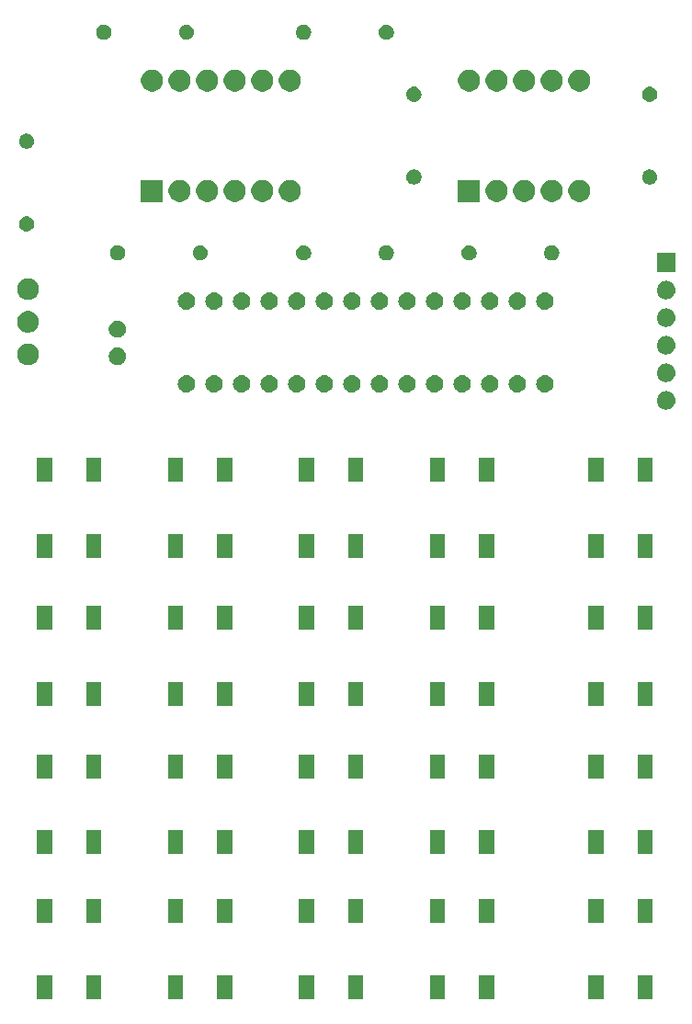
<source format=gts>
G04 #@! TF.GenerationSoftware,KiCad,Pcbnew,(5.0.1-3-g963ef8bb5)*
G04 #@! TF.CreationDate,2018-12-12T19:15:58+01:00*
G04 #@! TF.ProjectId,kim-uno-rev1,6B696D2D756E6F2D726576312E6B6963,1*
G04 #@! TF.SameCoordinates,Original*
G04 #@! TF.FileFunction,Soldermask,Top*
G04 #@! TF.FilePolarity,Negative*
%FSLAX46Y46*%
G04 Gerber Fmt 4.6, Leading zero omitted, Abs format (unit mm)*
G04 Created by KiCad (PCBNEW (5.0.1-3-g963ef8bb5)) date Wednesday, 12 December 2018 at 19:15:58*
%MOMM*%
%LPD*%
G01*
G04 APERTURE LIST*
%ADD10C,0.100000*%
G04 APERTURE END LIST*
D10*
G36*
X171504000Y-135918000D02*
X170104000Y-135918000D01*
X170104000Y-133718000D01*
X171504000Y-133718000D01*
X171504000Y-135918000D01*
X171504000Y-135918000D01*
G37*
G36*
X166954000Y-135918000D02*
X165554000Y-135918000D01*
X165554000Y-133718000D01*
X166954000Y-133718000D01*
X166954000Y-135918000D01*
X166954000Y-135918000D01*
G37*
G36*
X156899000Y-135918000D02*
X155499000Y-135918000D01*
X155499000Y-133718000D01*
X156899000Y-133718000D01*
X156899000Y-135918000D01*
X156899000Y-135918000D01*
G37*
G36*
X152349000Y-135918000D02*
X150949000Y-135918000D01*
X150949000Y-133718000D01*
X152349000Y-133718000D01*
X152349000Y-135918000D01*
X152349000Y-135918000D01*
G37*
G36*
X144834000Y-135918000D02*
X143434000Y-135918000D01*
X143434000Y-133718000D01*
X144834000Y-133718000D01*
X144834000Y-135918000D01*
X144834000Y-135918000D01*
G37*
G36*
X140284000Y-135918000D02*
X138884000Y-135918000D01*
X138884000Y-133718000D01*
X140284000Y-133718000D01*
X140284000Y-135918000D01*
X140284000Y-135918000D01*
G37*
G36*
X132769000Y-135918000D02*
X131369000Y-135918000D01*
X131369000Y-133718000D01*
X132769000Y-133718000D01*
X132769000Y-135918000D01*
X132769000Y-135918000D01*
G37*
G36*
X128219000Y-135918000D02*
X126819000Y-135918000D01*
X126819000Y-133718000D01*
X128219000Y-133718000D01*
X128219000Y-135918000D01*
X128219000Y-135918000D01*
G37*
G36*
X120704000Y-135918000D02*
X119304000Y-135918000D01*
X119304000Y-133718000D01*
X120704000Y-133718000D01*
X120704000Y-135918000D01*
X120704000Y-135918000D01*
G37*
G36*
X116154000Y-135918000D02*
X114754000Y-135918000D01*
X114754000Y-133718000D01*
X116154000Y-133718000D01*
X116154000Y-135918000D01*
X116154000Y-135918000D01*
G37*
G36*
X166954000Y-128918000D02*
X165554000Y-128918000D01*
X165554000Y-126718000D01*
X166954000Y-126718000D01*
X166954000Y-128918000D01*
X166954000Y-128918000D01*
G37*
G36*
X120704000Y-128918000D02*
X119304000Y-128918000D01*
X119304000Y-126718000D01*
X120704000Y-126718000D01*
X120704000Y-128918000D01*
X120704000Y-128918000D01*
G37*
G36*
X171504000Y-128918000D02*
X170104000Y-128918000D01*
X170104000Y-126718000D01*
X171504000Y-126718000D01*
X171504000Y-128918000D01*
X171504000Y-128918000D01*
G37*
G36*
X156899000Y-128918000D02*
X155499000Y-128918000D01*
X155499000Y-126718000D01*
X156899000Y-126718000D01*
X156899000Y-128918000D01*
X156899000Y-128918000D01*
G37*
G36*
X152349000Y-128918000D02*
X150949000Y-128918000D01*
X150949000Y-126718000D01*
X152349000Y-126718000D01*
X152349000Y-128918000D01*
X152349000Y-128918000D01*
G37*
G36*
X144834000Y-128918000D02*
X143434000Y-128918000D01*
X143434000Y-126718000D01*
X144834000Y-126718000D01*
X144834000Y-128918000D01*
X144834000Y-128918000D01*
G37*
G36*
X140284000Y-128918000D02*
X138884000Y-128918000D01*
X138884000Y-126718000D01*
X140284000Y-126718000D01*
X140284000Y-128918000D01*
X140284000Y-128918000D01*
G37*
G36*
X132769000Y-128918000D02*
X131369000Y-128918000D01*
X131369000Y-126718000D01*
X132769000Y-126718000D01*
X132769000Y-128918000D01*
X132769000Y-128918000D01*
G37*
G36*
X128219000Y-128918000D02*
X126819000Y-128918000D01*
X126819000Y-126718000D01*
X128219000Y-126718000D01*
X128219000Y-128918000D01*
X128219000Y-128918000D01*
G37*
G36*
X116154000Y-128918000D02*
X114754000Y-128918000D01*
X114754000Y-126718000D01*
X116154000Y-126718000D01*
X116154000Y-128918000D01*
X116154000Y-128918000D01*
G37*
G36*
X166954000Y-122583000D02*
X165554000Y-122583000D01*
X165554000Y-120383000D01*
X166954000Y-120383000D01*
X166954000Y-122583000D01*
X166954000Y-122583000D01*
G37*
G36*
X171504000Y-122583000D02*
X170104000Y-122583000D01*
X170104000Y-120383000D01*
X171504000Y-120383000D01*
X171504000Y-122583000D01*
X171504000Y-122583000D01*
G37*
G36*
X156899000Y-122583000D02*
X155499000Y-122583000D01*
X155499000Y-120383000D01*
X156899000Y-120383000D01*
X156899000Y-122583000D01*
X156899000Y-122583000D01*
G37*
G36*
X152349000Y-122583000D02*
X150949000Y-122583000D01*
X150949000Y-120383000D01*
X152349000Y-120383000D01*
X152349000Y-122583000D01*
X152349000Y-122583000D01*
G37*
G36*
X144834000Y-122583000D02*
X143434000Y-122583000D01*
X143434000Y-120383000D01*
X144834000Y-120383000D01*
X144834000Y-122583000D01*
X144834000Y-122583000D01*
G37*
G36*
X132769000Y-122583000D02*
X131369000Y-122583000D01*
X131369000Y-120383000D01*
X132769000Y-120383000D01*
X132769000Y-122583000D01*
X132769000Y-122583000D01*
G37*
G36*
X128219000Y-122583000D02*
X126819000Y-122583000D01*
X126819000Y-120383000D01*
X128219000Y-120383000D01*
X128219000Y-122583000D01*
X128219000Y-122583000D01*
G37*
G36*
X140284000Y-122583000D02*
X138884000Y-122583000D01*
X138884000Y-120383000D01*
X140284000Y-120383000D01*
X140284000Y-122583000D01*
X140284000Y-122583000D01*
G37*
G36*
X120704000Y-122583000D02*
X119304000Y-122583000D01*
X119304000Y-120383000D01*
X120704000Y-120383000D01*
X120704000Y-122583000D01*
X120704000Y-122583000D01*
G37*
G36*
X116154000Y-122583000D02*
X114754000Y-122583000D01*
X114754000Y-120383000D01*
X116154000Y-120383000D01*
X116154000Y-122583000D01*
X116154000Y-122583000D01*
G37*
G36*
X132769000Y-115583000D02*
X131369000Y-115583000D01*
X131369000Y-113383000D01*
X132769000Y-113383000D01*
X132769000Y-115583000D01*
X132769000Y-115583000D01*
G37*
G36*
X156899000Y-115583000D02*
X155499000Y-115583000D01*
X155499000Y-113383000D01*
X156899000Y-113383000D01*
X156899000Y-115583000D01*
X156899000Y-115583000D01*
G37*
G36*
X144834000Y-115583000D02*
X143434000Y-115583000D01*
X143434000Y-113383000D01*
X144834000Y-113383000D01*
X144834000Y-115583000D01*
X144834000Y-115583000D01*
G37*
G36*
X166954000Y-115583000D02*
X165554000Y-115583000D01*
X165554000Y-113383000D01*
X166954000Y-113383000D01*
X166954000Y-115583000D01*
X166954000Y-115583000D01*
G37*
G36*
X120704000Y-115583000D02*
X119304000Y-115583000D01*
X119304000Y-113383000D01*
X120704000Y-113383000D01*
X120704000Y-115583000D01*
X120704000Y-115583000D01*
G37*
G36*
X171504000Y-115583000D02*
X170104000Y-115583000D01*
X170104000Y-113383000D01*
X171504000Y-113383000D01*
X171504000Y-115583000D01*
X171504000Y-115583000D01*
G37*
G36*
X116154000Y-115583000D02*
X114754000Y-115583000D01*
X114754000Y-113383000D01*
X116154000Y-113383000D01*
X116154000Y-115583000D01*
X116154000Y-115583000D01*
G37*
G36*
X140284000Y-115583000D02*
X138884000Y-115583000D01*
X138884000Y-113383000D01*
X140284000Y-113383000D01*
X140284000Y-115583000D01*
X140284000Y-115583000D01*
G37*
G36*
X128219000Y-115583000D02*
X126819000Y-115583000D01*
X126819000Y-113383000D01*
X128219000Y-113383000D01*
X128219000Y-115583000D01*
X128219000Y-115583000D01*
G37*
G36*
X152349000Y-115583000D02*
X150949000Y-115583000D01*
X150949000Y-113383000D01*
X152349000Y-113383000D01*
X152349000Y-115583000D01*
X152349000Y-115583000D01*
G37*
G36*
X166954000Y-108923000D02*
X165554000Y-108923000D01*
X165554000Y-106723000D01*
X166954000Y-106723000D01*
X166954000Y-108923000D01*
X166954000Y-108923000D01*
G37*
G36*
X128219000Y-108923000D02*
X126819000Y-108923000D01*
X126819000Y-106723000D01*
X128219000Y-106723000D01*
X128219000Y-108923000D01*
X128219000Y-108923000D01*
G37*
G36*
X156899000Y-108923000D02*
X155499000Y-108923000D01*
X155499000Y-106723000D01*
X156899000Y-106723000D01*
X156899000Y-108923000D01*
X156899000Y-108923000D01*
G37*
G36*
X132769000Y-108923000D02*
X131369000Y-108923000D01*
X131369000Y-106723000D01*
X132769000Y-106723000D01*
X132769000Y-108923000D01*
X132769000Y-108923000D01*
G37*
G36*
X152349000Y-108923000D02*
X150949000Y-108923000D01*
X150949000Y-106723000D01*
X152349000Y-106723000D01*
X152349000Y-108923000D01*
X152349000Y-108923000D01*
G37*
G36*
X144834000Y-108923000D02*
X143434000Y-108923000D01*
X143434000Y-106723000D01*
X144834000Y-106723000D01*
X144834000Y-108923000D01*
X144834000Y-108923000D01*
G37*
G36*
X140284000Y-108923000D02*
X138884000Y-108923000D01*
X138884000Y-106723000D01*
X140284000Y-106723000D01*
X140284000Y-108923000D01*
X140284000Y-108923000D01*
G37*
G36*
X171504000Y-108923000D02*
X170104000Y-108923000D01*
X170104000Y-106723000D01*
X171504000Y-106723000D01*
X171504000Y-108923000D01*
X171504000Y-108923000D01*
G37*
G36*
X116154000Y-108923000D02*
X114754000Y-108923000D01*
X114754000Y-106723000D01*
X116154000Y-106723000D01*
X116154000Y-108923000D01*
X116154000Y-108923000D01*
G37*
G36*
X120704000Y-108923000D02*
X119304000Y-108923000D01*
X119304000Y-106723000D01*
X120704000Y-106723000D01*
X120704000Y-108923000D01*
X120704000Y-108923000D01*
G37*
G36*
X132769000Y-101923000D02*
X131369000Y-101923000D01*
X131369000Y-99723000D01*
X132769000Y-99723000D01*
X132769000Y-101923000D01*
X132769000Y-101923000D01*
G37*
G36*
X140284000Y-101923000D02*
X138884000Y-101923000D01*
X138884000Y-99723000D01*
X140284000Y-99723000D01*
X140284000Y-101923000D01*
X140284000Y-101923000D01*
G37*
G36*
X144834000Y-101923000D02*
X143434000Y-101923000D01*
X143434000Y-99723000D01*
X144834000Y-99723000D01*
X144834000Y-101923000D01*
X144834000Y-101923000D01*
G37*
G36*
X152349000Y-101923000D02*
X150949000Y-101923000D01*
X150949000Y-99723000D01*
X152349000Y-99723000D01*
X152349000Y-101923000D01*
X152349000Y-101923000D01*
G37*
G36*
X156899000Y-101923000D02*
X155499000Y-101923000D01*
X155499000Y-99723000D01*
X156899000Y-99723000D01*
X156899000Y-101923000D01*
X156899000Y-101923000D01*
G37*
G36*
X166954000Y-101923000D02*
X165554000Y-101923000D01*
X165554000Y-99723000D01*
X166954000Y-99723000D01*
X166954000Y-101923000D01*
X166954000Y-101923000D01*
G37*
G36*
X171504000Y-101923000D02*
X170104000Y-101923000D01*
X170104000Y-99723000D01*
X171504000Y-99723000D01*
X171504000Y-101923000D01*
X171504000Y-101923000D01*
G37*
G36*
X128219000Y-101923000D02*
X126819000Y-101923000D01*
X126819000Y-99723000D01*
X128219000Y-99723000D01*
X128219000Y-101923000D01*
X128219000Y-101923000D01*
G37*
G36*
X120704000Y-101923000D02*
X119304000Y-101923000D01*
X119304000Y-99723000D01*
X120704000Y-99723000D01*
X120704000Y-101923000D01*
X120704000Y-101923000D01*
G37*
G36*
X116154000Y-101923000D02*
X114754000Y-101923000D01*
X114754000Y-99723000D01*
X116154000Y-99723000D01*
X116154000Y-101923000D01*
X116154000Y-101923000D01*
G37*
G36*
X116154000Y-95278000D02*
X114754000Y-95278000D01*
X114754000Y-93078000D01*
X116154000Y-93078000D01*
X116154000Y-95278000D01*
X116154000Y-95278000D01*
G37*
G36*
X128219000Y-95278000D02*
X126819000Y-95278000D01*
X126819000Y-93078000D01*
X128219000Y-93078000D01*
X128219000Y-95278000D01*
X128219000Y-95278000D01*
G37*
G36*
X140284000Y-95278000D02*
X138884000Y-95278000D01*
X138884000Y-93078000D01*
X140284000Y-93078000D01*
X140284000Y-95278000D01*
X140284000Y-95278000D01*
G37*
G36*
X120704000Y-95278000D02*
X119304000Y-95278000D01*
X119304000Y-93078000D01*
X120704000Y-93078000D01*
X120704000Y-95278000D01*
X120704000Y-95278000D01*
G37*
G36*
X156899000Y-95278000D02*
X155499000Y-95278000D01*
X155499000Y-93078000D01*
X156899000Y-93078000D01*
X156899000Y-95278000D01*
X156899000Y-95278000D01*
G37*
G36*
X171504000Y-95278000D02*
X170104000Y-95278000D01*
X170104000Y-93078000D01*
X171504000Y-93078000D01*
X171504000Y-95278000D01*
X171504000Y-95278000D01*
G37*
G36*
X166954000Y-95278000D02*
X165554000Y-95278000D01*
X165554000Y-93078000D01*
X166954000Y-93078000D01*
X166954000Y-95278000D01*
X166954000Y-95278000D01*
G37*
G36*
X152349000Y-95278000D02*
X150949000Y-95278000D01*
X150949000Y-93078000D01*
X152349000Y-93078000D01*
X152349000Y-95278000D01*
X152349000Y-95278000D01*
G37*
G36*
X144834000Y-95278000D02*
X143434000Y-95278000D01*
X143434000Y-93078000D01*
X144834000Y-93078000D01*
X144834000Y-95278000D01*
X144834000Y-95278000D01*
G37*
G36*
X132769000Y-95278000D02*
X131369000Y-95278000D01*
X131369000Y-93078000D01*
X132769000Y-93078000D01*
X132769000Y-95278000D01*
X132769000Y-95278000D01*
G37*
G36*
X166954000Y-88278000D02*
X165554000Y-88278000D01*
X165554000Y-86078000D01*
X166954000Y-86078000D01*
X166954000Y-88278000D01*
X166954000Y-88278000D01*
G37*
G36*
X171504000Y-88278000D02*
X170104000Y-88278000D01*
X170104000Y-86078000D01*
X171504000Y-86078000D01*
X171504000Y-88278000D01*
X171504000Y-88278000D01*
G37*
G36*
X128219000Y-88278000D02*
X126819000Y-88278000D01*
X126819000Y-86078000D01*
X128219000Y-86078000D01*
X128219000Y-88278000D01*
X128219000Y-88278000D01*
G37*
G36*
X132769000Y-88278000D02*
X131369000Y-88278000D01*
X131369000Y-86078000D01*
X132769000Y-86078000D01*
X132769000Y-88278000D01*
X132769000Y-88278000D01*
G37*
G36*
X152349000Y-88278000D02*
X150949000Y-88278000D01*
X150949000Y-86078000D01*
X152349000Y-86078000D01*
X152349000Y-88278000D01*
X152349000Y-88278000D01*
G37*
G36*
X120704000Y-88278000D02*
X119304000Y-88278000D01*
X119304000Y-86078000D01*
X120704000Y-86078000D01*
X120704000Y-88278000D01*
X120704000Y-88278000D01*
G37*
G36*
X156899000Y-88278000D02*
X155499000Y-88278000D01*
X155499000Y-86078000D01*
X156899000Y-86078000D01*
X156899000Y-88278000D01*
X156899000Y-88278000D01*
G37*
G36*
X144834000Y-88278000D02*
X143434000Y-88278000D01*
X143434000Y-86078000D01*
X144834000Y-86078000D01*
X144834000Y-88278000D01*
X144834000Y-88278000D01*
G37*
G36*
X140284000Y-88278000D02*
X138884000Y-88278000D01*
X138884000Y-86078000D01*
X140284000Y-86078000D01*
X140284000Y-88278000D01*
X140284000Y-88278000D01*
G37*
G36*
X116154000Y-88278000D02*
X114754000Y-88278000D01*
X114754000Y-86078000D01*
X116154000Y-86078000D01*
X116154000Y-88278000D01*
X116154000Y-88278000D01*
G37*
G36*
X172886630Y-79934299D02*
X173046855Y-79982903D01*
X173194520Y-80061831D01*
X173323949Y-80168051D01*
X173430169Y-80297480D01*
X173509097Y-80445145D01*
X173557701Y-80605370D01*
X173574112Y-80772000D01*
X173557701Y-80938630D01*
X173509097Y-81098855D01*
X173430169Y-81246520D01*
X173323949Y-81375949D01*
X173194520Y-81482169D01*
X173046855Y-81561097D01*
X172886630Y-81609701D01*
X172761752Y-81622000D01*
X172678248Y-81622000D01*
X172553370Y-81609701D01*
X172393145Y-81561097D01*
X172245480Y-81482169D01*
X172116051Y-81375949D01*
X172009831Y-81246520D01*
X171930903Y-81098855D01*
X171882299Y-80938630D01*
X171865888Y-80772000D01*
X171882299Y-80605370D01*
X171930903Y-80445145D01*
X172009831Y-80297480D01*
X172116051Y-80168051D01*
X172245480Y-80061831D01*
X172393145Y-79982903D01*
X172553370Y-79934299D01*
X172678248Y-79922000D01*
X172761752Y-79922000D01*
X172886630Y-79934299D01*
X172886630Y-79934299D01*
G37*
G36*
X161661649Y-78455717D02*
X161700827Y-78459576D01*
X161776228Y-78482449D01*
X161851629Y-78505321D01*
X161990608Y-78579608D01*
X162112422Y-78679578D01*
X162212392Y-78801392D01*
X162286679Y-78940371D01*
X162286679Y-78940372D01*
X162325911Y-79069701D01*
X162332424Y-79091174D01*
X162347870Y-79248000D01*
X162332424Y-79404826D01*
X162286679Y-79555629D01*
X162212392Y-79694608D01*
X162112422Y-79816422D01*
X161990608Y-79916392D01*
X161851629Y-79990679D01*
X161776228Y-80013551D01*
X161700827Y-80036424D01*
X161661649Y-80040283D01*
X161583295Y-80048000D01*
X161504705Y-80048000D01*
X161426351Y-80040283D01*
X161387173Y-80036424D01*
X161311772Y-80013551D01*
X161236371Y-79990679D01*
X161097392Y-79916392D01*
X160975578Y-79816422D01*
X160875608Y-79694608D01*
X160801321Y-79555629D01*
X160755576Y-79404826D01*
X160740130Y-79248000D01*
X160755576Y-79091174D01*
X160762090Y-79069701D01*
X160801321Y-78940372D01*
X160801321Y-78940371D01*
X160875608Y-78801392D01*
X160975578Y-78679578D01*
X161097392Y-78579608D01*
X161236371Y-78505321D01*
X161311772Y-78482449D01*
X161387173Y-78459576D01*
X161426351Y-78455717D01*
X161504705Y-78448000D01*
X161583295Y-78448000D01*
X161661649Y-78455717D01*
X161661649Y-78455717D01*
G37*
G36*
X154041649Y-78455717D02*
X154080827Y-78459576D01*
X154156228Y-78482449D01*
X154231629Y-78505321D01*
X154370608Y-78579608D01*
X154492422Y-78679578D01*
X154592392Y-78801392D01*
X154666679Y-78940371D01*
X154666679Y-78940372D01*
X154705911Y-79069701D01*
X154712424Y-79091174D01*
X154727870Y-79248000D01*
X154712424Y-79404826D01*
X154666679Y-79555629D01*
X154592392Y-79694608D01*
X154492422Y-79816422D01*
X154370608Y-79916392D01*
X154231629Y-79990679D01*
X154156228Y-80013551D01*
X154080827Y-80036424D01*
X154041649Y-80040283D01*
X153963295Y-80048000D01*
X153884705Y-80048000D01*
X153806351Y-80040283D01*
X153767173Y-80036424D01*
X153691772Y-80013551D01*
X153616371Y-79990679D01*
X153477392Y-79916392D01*
X153355578Y-79816422D01*
X153255608Y-79694608D01*
X153181321Y-79555629D01*
X153135576Y-79404826D01*
X153120130Y-79248000D01*
X153135576Y-79091174D01*
X153142090Y-79069701D01*
X153181321Y-78940372D01*
X153181321Y-78940371D01*
X153255608Y-78801392D01*
X153355578Y-78679578D01*
X153477392Y-78579608D01*
X153616371Y-78505321D01*
X153691772Y-78482449D01*
X153767173Y-78459576D01*
X153806351Y-78455717D01*
X153884705Y-78448000D01*
X153963295Y-78448000D01*
X154041649Y-78455717D01*
X154041649Y-78455717D01*
G37*
G36*
X151501649Y-78455717D02*
X151540827Y-78459576D01*
X151616228Y-78482449D01*
X151691629Y-78505321D01*
X151830608Y-78579608D01*
X151952422Y-78679578D01*
X152052392Y-78801392D01*
X152126679Y-78940371D01*
X152126679Y-78940372D01*
X152165911Y-79069701D01*
X152172424Y-79091174D01*
X152187870Y-79248000D01*
X152172424Y-79404826D01*
X152126679Y-79555629D01*
X152052392Y-79694608D01*
X151952422Y-79816422D01*
X151830608Y-79916392D01*
X151691629Y-79990679D01*
X151616228Y-80013551D01*
X151540827Y-80036424D01*
X151501649Y-80040283D01*
X151423295Y-80048000D01*
X151344705Y-80048000D01*
X151266351Y-80040283D01*
X151227173Y-80036424D01*
X151151772Y-80013551D01*
X151076371Y-79990679D01*
X150937392Y-79916392D01*
X150815578Y-79816422D01*
X150715608Y-79694608D01*
X150641321Y-79555629D01*
X150595576Y-79404826D01*
X150580130Y-79248000D01*
X150595576Y-79091174D01*
X150602090Y-79069701D01*
X150641321Y-78940372D01*
X150641321Y-78940371D01*
X150715608Y-78801392D01*
X150815578Y-78679578D01*
X150937392Y-78579608D01*
X151076371Y-78505321D01*
X151151772Y-78482449D01*
X151227173Y-78459576D01*
X151266351Y-78455717D01*
X151344705Y-78448000D01*
X151423295Y-78448000D01*
X151501649Y-78455717D01*
X151501649Y-78455717D01*
G37*
G36*
X148961649Y-78455717D02*
X149000827Y-78459576D01*
X149076228Y-78482449D01*
X149151629Y-78505321D01*
X149290608Y-78579608D01*
X149412422Y-78679578D01*
X149512392Y-78801392D01*
X149586679Y-78940371D01*
X149586679Y-78940372D01*
X149625911Y-79069701D01*
X149632424Y-79091174D01*
X149647870Y-79248000D01*
X149632424Y-79404826D01*
X149586679Y-79555629D01*
X149512392Y-79694608D01*
X149412422Y-79816422D01*
X149290608Y-79916392D01*
X149151629Y-79990679D01*
X149076228Y-80013551D01*
X149000827Y-80036424D01*
X148961649Y-80040283D01*
X148883295Y-80048000D01*
X148804705Y-80048000D01*
X148726351Y-80040283D01*
X148687173Y-80036424D01*
X148611772Y-80013551D01*
X148536371Y-79990679D01*
X148397392Y-79916392D01*
X148275578Y-79816422D01*
X148175608Y-79694608D01*
X148101321Y-79555629D01*
X148055576Y-79404826D01*
X148040130Y-79248000D01*
X148055576Y-79091174D01*
X148062090Y-79069701D01*
X148101321Y-78940372D01*
X148101321Y-78940371D01*
X148175608Y-78801392D01*
X148275578Y-78679578D01*
X148397392Y-78579608D01*
X148536371Y-78505321D01*
X148611772Y-78482449D01*
X148687173Y-78459576D01*
X148726351Y-78455717D01*
X148804705Y-78448000D01*
X148883295Y-78448000D01*
X148961649Y-78455717D01*
X148961649Y-78455717D01*
G37*
G36*
X156581649Y-78455717D02*
X156620827Y-78459576D01*
X156696228Y-78482449D01*
X156771629Y-78505321D01*
X156910608Y-78579608D01*
X157032422Y-78679578D01*
X157132392Y-78801392D01*
X157206679Y-78940371D01*
X157206679Y-78940372D01*
X157245911Y-79069701D01*
X157252424Y-79091174D01*
X157267870Y-79248000D01*
X157252424Y-79404826D01*
X157206679Y-79555629D01*
X157132392Y-79694608D01*
X157032422Y-79816422D01*
X156910608Y-79916392D01*
X156771629Y-79990679D01*
X156696228Y-80013551D01*
X156620827Y-80036424D01*
X156581649Y-80040283D01*
X156503295Y-80048000D01*
X156424705Y-80048000D01*
X156346351Y-80040283D01*
X156307173Y-80036424D01*
X156231772Y-80013551D01*
X156156371Y-79990679D01*
X156017392Y-79916392D01*
X155895578Y-79816422D01*
X155795608Y-79694608D01*
X155721321Y-79555629D01*
X155675576Y-79404826D01*
X155660130Y-79248000D01*
X155675576Y-79091174D01*
X155682090Y-79069701D01*
X155721321Y-78940372D01*
X155721321Y-78940371D01*
X155795608Y-78801392D01*
X155895578Y-78679578D01*
X156017392Y-78579608D01*
X156156371Y-78505321D01*
X156231772Y-78482449D01*
X156307173Y-78459576D01*
X156346351Y-78455717D01*
X156424705Y-78448000D01*
X156503295Y-78448000D01*
X156581649Y-78455717D01*
X156581649Y-78455717D01*
G37*
G36*
X159121649Y-78455717D02*
X159160827Y-78459576D01*
X159236228Y-78482449D01*
X159311629Y-78505321D01*
X159450608Y-78579608D01*
X159572422Y-78679578D01*
X159672392Y-78801392D01*
X159746679Y-78940371D01*
X159746679Y-78940372D01*
X159785911Y-79069701D01*
X159792424Y-79091174D01*
X159807870Y-79248000D01*
X159792424Y-79404826D01*
X159746679Y-79555629D01*
X159672392Y-79694608D01*
X159572422Y-79816422D01*
X159450608Y-79916392D01*
X159311629Y-79990679D01*
X159236228Y-80013551D01*
X159160827Y-80036424D01*
X159121649Y-80040283D01*
X159043295Y-80048000D01*
X158964705Y-80048000D01*
X158886351Y-80040283D01*
X158847173Y-80036424D01*
X158771772Y-80013551D01*
X158696371Y-79990679D01*
X158557392Y-79916392D01*
X158435578Y-79816422D01*
X158335608Y-79694608D01*
X158261321Y-79555629D01*
X158215576Y-79404826D01*
X158200130Y-79248000D01*
X158215576Y-79091174D01*
X158222090Y-79069701D01*
X158261321Y-78940372D01*
X158261321Y-78940371D01*
X158335608Y-78801392D01*
X158435578Y-78679578D01*
X158557392Y-78579608D01*
X158696371Y-78505321D01*
X158771772Y-78482449D01*
X158847173Y-78459576D01*
X158886351Y-78455717D01*
X158964705Y-78448000D01*
X159043295Y-78448000D01*
X159121649Y-78455717D01*
X159121649Y-78455717D01*
G37*
G36*
X146421649Y-78455717D02*
X146460827Y-78459576D01*
X146536228Y-78482449D01*
X146611629Y-78505321D01*
X146750608Y-78579608D01*
X146872422Y-78679578D01*
X146972392Y-78801392D01*
X147046679Y-78940371D01*
X147046679Y-78940372D01*
X147085911Y-79069701D01*
X147092424Y-79091174D01*
X147107870Y-79248000D01*
X147092424Y-79404826D01*
X147046679Y-79555629D01*
X146972392Y-79694608D01*
X146872422Y-79816422D01*
X146750608Y-79916392D01*
X146611629Y-79990679D01*
X146536228Y-80013551D01*
X146460827Y-80036424D01*
X146421649Y-80040283D01*
X146343295Y-80048000D01*
X146264705Y-80048000D01*
X146186351Y-80040283D01*
X146147173Y-80036424D01*
X146071772Y-80013551D01*
X145996371Y-79990679D01*
X145857392Y-79916392D01*
X145735578Y-79816422D01*
X145635608Y-79694608D01*
X145561321Y-79555629D01*
X145515576Y-79404826D01*
X145500130Y-79248000D01*
X145515576Y-79091174D01*
X145522090Y-79069701D01*
X145561321Y-78940372D01*
X145561321Y-78940371D01*
X145635608Y-78801392D01*
X145735578Y-78679578D01*
X145857392Y-78579608D01*
X145996371Y-78505321D01*
X146071772Y-78482449D01*
X146147173Y-78459576D01*
X146186351Y-78455717D01*
X146264705Y-78448000D01*
X146343295Y-78448000D01*
X146421649Y-78455717D01*
X146421649Y-78455717D01*
G37*
G36*
X143881649Y-78455717D02*
X143920827Y-78459576D01*
X143996228Y-78482449D01*
X144071629Y-78505321D01*
X144210608Y-78579608D01*
X144332422Y-78679578D01*
X144432392Y-78801392D01*
X144506679Y-78940371D01*
X144506679Y-78940372D01*
X144545911Y-79069701D01*
X144552424Y-79091174D01*
X144567870Y-79248000D01*
X144552424Y-79404826D01*
X144506679Y-79555629D01*
X144432392Y-79694608D01*
X144332422Y-79816422D01*
X144210608Y-79916392D01*
X144071629Y-79990679D01*
X143996228Y-80013551D01*
X143920827Y-80036424D01*
X143881649Y-80040283D01*
X143803295Y-80048000D01*
X143724705Y-80048000D01*
X143646351Y-80040283D01*
X143607173Y-80036424D01*
X143531772Y-80013551D01*
X143456371Y-79990679D01*
X143317392Y-79916392D01*
X143195578Y-79816422D01*
X143095608Y-79694608D01*
X143021321Y-79555629D01*
X142975576Y-79404826D01*
X142960130Y-79248000D01*
X142975576Y-79091174D01*
X142982090Y-79069701D01*
X143021321Y-78940372D01*
X143021321Y-78940371D01*
X143095608Y-78801392D01*
X143195578Y-78679578D01*
X143317392Y-78579608D01*
X143456371Y-78505321D01*
X143531772Y-78482449D01*
X143607173Y-78459576D01*
X143646351Y-78455717D01*
X143724705Y-78448000D01*
X143803295Y-78448000D01*
X143881649Y-78455717D01*
X143881649Y-78455717D01*
G37*
G36*
X141341649Y-78455717D02*
X141380827Y-78459576D01*
X141456228Y-78482449D01*
X141531629Y-78505321D01*
X141670608Y-78579608D01*
X141792422Y-78679578D01*
X141892392Y-78801392D01*
X141966679Y-78940371D01*
X141966679Y-78940372D01*
X142005911Y-79069701D01*
X142012424Y-79091174D01*
X142027870Y-79248000D01*
X142012424Y-79404826D01*
X141966679Y-79555629D01*
X141892392Y-79694608D01*
X141792422Y-79816422D01*
X141670608Y-79916392D01*
X141531629Y-79990679D01*
X141456228Y-80013551D01*
X141380827Y-80036424D01*
X141341649Y-80040283D01*
X141263295Y-80048000D01*
X141184705Y-80048000D01*
X141106351Y-80040283D01*
X141067173Y-80036424D01*
X140991772Y-80013551D01*
X140916371Y-79990679D01*
X140777392Y-79916392D01*
X140655578Y-79816422D01*
X140555608Y-79694608D01*
X140481321Y-79555629D01*
X140435576Y-79404826D01*
X140420130Y-79248000D01*
X140435576Y-79091174D01*
X140442090Y-79069701D01*
X140481321Y-78940372D01*
X140481321Y-78940371D01*
X140555608Y-78801392D01*
X140655578Y-78679578D01*
X140777392Y-78579608D01*
X140916371Y-78505321D01*
X140991772Y-78482449D01*
X141067173Y-78459576D01*
X141106351Y-78455717D01*
X141184705Y-78448000D01*
X141263295Y-78448000D01*
X141341649Y-78455717D01*
X141341649Y-78455717D01*
G37*
G36*
X138801649Y-78455717D02*
X138840827Y-78459576D01*
X138916228Y-78482449D01*
X138991629Y-78505321D01*
X139130608Y-78579608D01*
X139252422Y-78679578D01*
X139352392Y-78801392D01*
X139426679Y-78940371D01*
X139426679Y-78940372D01*
X139465911Y-79069701D01*
X139472424Y-79091174D01*
X139487870Y-79248000D01*
X139472424Y-79404826D01*
X139426679Y-79555629D01*
X139352392Y-79694608D01*
X139252422Y-79816422D01*
X139130608Y-79916392D01*
X138991629Y-79990679D01*
X138916228Y-80013551D01*
X138840827Y-80036424D01*
X138801649Y-80040283D01*
X138723295Y-80048000D01*
X138644705Y-80048000D01*
X138566351Y-80040283D01*
X138527173Y-80036424D01*
X138451772Y-80013551D01*
X138376371Y-79990679D01*
X138237392Y-79916392D01*
X138115578Y-79816422D01*
X138015608Y-79694608D01*
X137941321Y-79555629D01*
X137895576Y-79404826D01*
X137880130Y-79248000D01*
X137895576Y-79091174D01*
X137902090Y-79069701D01*
X137941321Y-78940372D01*
X137941321Y-78940371D01*
X138015608Y-78801392D01*
X138115578Y-78679578D01*
X138237392Y-78579608D01*
X138376371Y-78505321D01*
X138451772Y-78482449D01*
X138527173Y-78459576D01*
X138566351Y-78455717D01*
X138644705Y-78448000D01*
X138723295Y-78448000D01*
X138801649Y-78455717D01*
X138801649Y-78455717D01*
G37*
G36*
X136261649Y-78455717D02*
X136300827Y-78459576D01*
X136376228Y-78482449D01*
X136451629Y-78505321D01*
X136590608Y-78579608D01*
X136712422Y-78679578D01*
X136812392Y-78801392D01*
X136886679Y-78940371D01*
X136886679Y-78940372D01*
X136925911Y-79069701D01*
X136932424Y-79091174D01*
X136947870Y-79248000D01*
X136932424Y-79404826D01*
X136886679Y-79555629D01*
X136812392Y-79694608D01*
X136712422Y-79816422D01*
X136590608Y-79916392D01*
X136451629Y-79990679D01*
X136376228Y-80013551D01*
X136300827Y-80036424D01*
X136261649Y-80040283D01*
X136183295Y-80048000D01*
X136104705Y-80048000D01*
X136026351Y-80040283D01*
X135987173Y-80036424D01*
X135911772Y-80013551D01*
X135836371Y-79990679D01*
X135697392Y-79916392D01*
X135575578Y-79816422D01*
X135475608Y-79694608D01*
X135401321Y-79555629D01*
X135355576Y-79404826D01*
X135340130Y-79248000D01*
X135355576Y-79091174D01*
X135362090Y-79069701D01*
X135401321Y-78940372D01*
X135401321Y-78940371D01*
X135475608Y-78801392D01*
X135575578Y-78679578D01*
X135697392Y-78579608D01*
X135836371Y-78505321D01*
X135911772Y-78482449D01*
X135987173Y-78459576D01*
X136026351Y-78455717D01*
X136104705Y-78448000D01*
X136183295Y-78448000D01*
X136261649Y-78455717D01*
X136261649Y-78455717D01*
G37*
G36*
X133721649Y-78455717D02*
X133760827Y-78459576D01*
X133836228Y-78482449D01*
X133911629Y-78505321D01*
X134050608Y-78579608D01*
X134172422Y-78679578D01*
X134272392Y-78801392D01*
X134346679Y-78940371D01*
X134346679Y-78940372D01*
X134385911Y-79069701D01*
X134392424Y-79091174D01*
X134407870Y-79248000D01*
X134392424Y-79404826D01*
X134346679Y-79555629D01*
X134272392Y-79694608D01*
X134172422Y-79816422D01*
X134050608Y-79916392D01*
X133911629Y-79990679D01*
X133836228Y-80013551D01*
X133760827Y-80036424D01*
X133721649Y-80040283D01*
X133643295Y-80048000D01*
X133564705Y-80048000D01*
X133486351Y-80040283D01*
X133447173Y-80036424D01*
X133371772Y-80013551D01*
X133296371Y-79990679D01*
X133157392Y-79916392D01*
X133035578Y-79816422D01*
X132935608Y-79694608D01*
X132861321Y-79555629D01*
X132815576Y-79404826D01*
X132800130Y-79248000D01*
X132815576Y-79091174D01*
X132822090Y-79069701D01*
X132861321Y-78940372D01*
X132861321Y-78940371D01*
X132935608Y-78801392D01*
X133035578Y-78679578D01*
X133157392Y-78579608D01*
X133296371Y-78505321D01*
X133371772Y-78482449D01*
X133447173Y-78459576D01*
X133486351Y-78455717D01*
X133564705Y-78448000D01*
X133643295Y-78448000D01*
X133721649Y-78455717D01*
X133721649Y-78455717D01*
G37*
G36*
X131181649Y-78455717D02*
X131220827Y-78459576D01*
X131296228Y-78482449D01*
X131371629Y-78505321D01*
X131510608Y-78579608D01*
X131632422Y-78679578D01*
X131732392Y-78801392D01*
X131806679Y-78940371D01*
X131806679Y-78940372D01*
X131845911Y-79069701D01*
X131852424Y-79091174D01*
X131867870Y-79248000D01*
X131852424Y-79404826D01*
X131806679Y-79555629D01*
X131732392Y-79694608D01*
X131632422Y-79816422D01*
X131510608Y-79916392D01*
X131371629Y-79990679D01*
X131296228Y-80013551D01*
X131220827Y-80036424D01*
X131181649Y-80040283D01*
X131103295Y-80048000D01*
X131024705Y-80048000D01*
X130946351Y-80040283D01*
X130907173Y-80036424D01*
X130831772Y-80013551D01*
X130756371Y-79990679D01*
X130617392Y-79916392D01*
X130495578Y-79816422D01*
X130395608Y-79694608D01*
X130321321Y-79555629D01*
X130275576Y-79404826D01*
X130260130Y-79248000D01*
X130275576Y-79091174D01*
X130282090Y-79069701D01*
X130321321Y-78940372D01*
X130321321Y-78940371D01*
X130395608Y-78801392D01*
X130495578Y-78679578D01*
X130617392Y-78579608D01*
X130756371Y-78505321D01*
X130831772Y-78482449D01*
X130907173Y-78459576D01*
X130946351Y-78455717D01*
X131024705Y-78448000D01*
X131103295Y-78448000D01*
X131181649Y-78455717D01*
X131181649Y-78455717D01*
G37*
G36*
X128641649Y-78455717D02*
X128680827Y-78459576D01*
X128756228Y-78482449D01*
X128831629Y-78505321D01*
X128970608Y-78579608D01*
X129092422Y-78679578D01*
X129192392Y-78801392D01*
X129266679Y-78940371D01*
X129266679Y-78940372D01*
X129305911Y-79069701D01*
X129312424Y-79091174D01*
X129327870Y-79248000D01*
X129312424Y-79404826D01*
X129266679Y-79555629D01*
X129192392Y-79694608D01*
X129092422Y-79816422D01*
X128970608Y-79916392D01*
X128831629Y-79990679D01*
X128756228Y-80013551D01*
X128680827Y-80036424D01*
X128641649Y-80040283D01*
X128563295Y-80048000D01*
X128484705Y-80048000D01*
X128406351Y-80040283D01*
X128367173Y-80036424D01*
X128291772Y-80013551D01*
X128216371Y-79990679D01*
X128077392Y-79916392D01*
X127955578Y-79816422D01*
X127855608Y-79694608D01*
X127781321Y-79555629D01*
X127735576Y-79404826D01*
X127720130Y-79248000D01*
X127735576Y-79091174D01*
X127742090Y-79069701D01*
X127781321Y-78940372D01*
X127781321Y-78940371D01*
X127855608Y-78801392D01*
X127955578Y-78679578D01*
X128077392Y-78579608D01*
X128216371Y-78505321D01*
X128291772Y-78482449D01*
X128367173Y-78459576D01*
X128406351Y-78455717D01*
X128484705Y-78448000D01*
X128563295Y-78448000D01*
X128641649Y-78455717D01*
X128641649Y-78455717D01*
G37*
G36*
X172886630Y-77394299D02*
X173046855Y-77442903D01*
X173194520Y-77521831D01*
X173323949Y-77628051D01*
X173430169Y-77757480D01*
X173509097Y-77905145D01*
X173557701Y-78065370D01*
X173574112Y-78232000D01*
X173557701Y-78398630D01*
X173509097Y-78558855D01*
X173430169Y-78706520D01*
X173323949Y-78835949D01*
X173194520Y-78942169D01*
X173046855Y-79021097D01*
X172886630Y-79069701D01*
X172761752Y-79082000D01*
X172678248Y-79082000D01*
X172553370Y-79069701D01*
X172393145Y-79021097D01*
X172245480Y-78942169D01*
X172116051Y-78835949D01*
X172009831Y-78706520D01*
X171930903Y-78558855D01*
X171882299Y-78398630D01*
X171865888Y-78232000D01*
X171882299Y-78065370D01*
X171930903Y-77905145D01*
X172009831Y-77757480D01*
X172116051Y-77628051D01*
X172245480Y-77521831D01*
X172393145Y-77442903D01*
X172553370Y-77394299D01*
X172678248Y-77382000D01*
X172761752Y-77382000D01*
X172886630Y-77394299D01*
X172886630Y-77394299D01*
G37*
G36*
X114094770Y-75548372D02*
X114210689Y-75571429D01*
X114392678Y-75646811D01*
X114556463Y-75756249D01*
X114695751Y-75895537D01*
X114805189Y-76059322D01*
X114880571Y-76241311D01*
X114919000Y-76434509D01*
X114919000Y-76631491D01*
X114880571Y-76824689D01*
X114805189Y-77006678D01*
X114695751Y-77170463D01*
X114556463Y-77309751D01*
X114392678Y-77419189D01*
X114210689Y-77494571D01*
X114094770Y-77517628D01*
X114017493Y-77533000D01*
X113820507Y-77533000D01*
X113743230Y-77517628D01*
X113627311Y-77494571D01*
X113445322Y-77419189D01*
X113281537Y-77309751D01*
X113142249Y-77170463D01*
X113032811Y-77006678D01*
X112957429Y-76824689D01*
X112919000Y-76631491D01*
X112919000Y-76434509D01*
X112957429Y-76241311D01*
X113032811Y-76059322D01*
X113142249Y-75895537D01*
X113281537Y-75756249D01*
X113445322Y-75646811D01*
X113627311Y-75571429D01*
X113743230Y-75548372D01*
X113820507Y-75533000D01*
X114017493Y-75533000D01*
X114094770Y-75548372D01*
X114094770Y-75548372D01*
G37*
G36*
X122407352Y-75938743D02*
X122552941Y-75999048D01*
X122683973Y-76086601D01*
X122795399Y-76198027D01*
X122882952Y-76329059D01*
X122943257Y-76474648D01*
X122974000Y-76629205D01*
X122974000Y-76786795D01*
X122943257Y-76941352D01*
X122882952Y-77086941D01*
X122795399Y-77217973D01*
X122683973Y-77329399D01*
X122552941Y-77416952D01*
X122407352Y-77477257D01*
X122252795Y-77508000D01*
X122095205Y-77508000D01*
X121940648Y-77477257D01*
X121795059Y-77416952D01*
X121664027Y-77329399D01*
X121552601Y-77217973D01*
X121465048Y-77086941D01*
X121404743Y-76941352D01*
X121374000Y-76786795D01*
X121374000Y-76629205D01*
X121404743Y-76474648D01*
X121465048Y-76329059D01*
X121552601Y-76198027D01*
X121664027Y-76086601D01*
X121795059Y-75999048D01*
X121940648Y-75938743D01*
X122095205Y-75908000D01*
X122252795Y-75908000D01*
X122407352Y-75938743D01*
X122407352Y-75938743D01*
G37*
G36*
X172886630Y-74854299D02*
X173046855Y-74902903D01*
X173194520Y-74981831D01*
X173323949Y-75088051D01*
X173430169Y-75217480D01*
X173509097Y-75365145D01*
X173557701Y-75525370D01*
X173574112Y-75692000D01*
X173557701Y-75858630D01*
X173509097Y-76018855D01*
X173430169Y-76166520D01*
X173323949Y-76295949D01*
X173194520Y-76402169D01*
X173046855Y-76481097D01*
X172886630Y-76529701D01*
X172761752Y-76542000D01*
X172678248Y-76542000D01*
X172553370Y-76529701D01*
X172393145Y-76481097D01*
X172245480Y-76402169D01*
X172116051Y-76295949D01*
X172009831Y-76166520D01*
X171930903Y-76018855D01*
X171882299Y-75858630D01*
X171865888Y-75692000D01*
X171882299Y-75525370D01*
X171930903Y-75365145D01*
X172009831Y-75217480D01*
X172116051Y-75088051D01*
X172245480Y-74981831D01*
X172393145Y-74902903D01*
X172553370Y-74854299D01*
X172678248Y-74842000D01*
X172761752Y-74842000D01*
X172886630Y-74854299D01*
X172886630Y-74854299D01*
G37*
G36*
X122407352Y-73438743D02*
X122552941Y-73499048D01*
X122683973Y-73586601D01*
X122795399Y-73698027D01*
X122882952Y-73829059D01*
X122943257Y-73974648D01*
X122974000Y-74129205D01*
X122974000Y-74286795D01*
X122943257Y-74441352D01*
X122882952Y-74586941D01*
X122795399Y-74717973D01*
X122683973Y-74829399D01*
X122552941Y-74916952D01*
X122407352Y-74977257D01*
X122252795Y-75008000D01*
X122095205Y-75008000D01*
X121940648Y-74977257D01*
X121795059Y-74916952D01*
X121664027Y-74829399D01*
X121552601Y-74717973D01*
X121465048Y-74586941D01*
X121404743Y-74441352D01*
X121374000Y-74286795D01*
X121374000Y-74129205D01*
X121404743Y-73974648D01*
X121465048Y-73829059D01*
X121552601Y-73698027D01*
X121664027Y-73586601D01*
X121795059Y-73499048D01*
X121940648Y-73438743D01*
X122095205Y-73408000D01*
X122252795Y-73408000D01*
X122407352Y-73438743D01*
X122407352Y-73438743D01*
G37*
G36*
X114093158Y-72548051D02*
X114210689Y-72571429D01*
X114392678Y-72646811D01*
X114556463Y-72756249D01*
X114695751Y-72895537D01*
X114805189Y-73059322D01*
X114880571Y-73241311D01*
X114919000Y-73434509D01*
X114919000Y-73631491D01*
X114880571Y-73824689D01*
X114805189Y-74006678D01*
X114695751Y-74170463D01*
X114556463Y-74309751D01*
X114392678Y-74419189D01*
X114210689Y-74494571D01*
X114094770Y-74517628D01*
X114017493Y-74533000D01*
X113820507Y-74533000D01*
X113743230Y-74517628D01*
X113627311Y-74494571D01*
X113445322Y-74419189D01*
X113281537Y-74309751D01*
X113142249Y-74170463D01*
X113032811Y-74006678D01*
X112957429Y-73824689D01*
X112919000Y-73631491D01*
X112919000Y-73434509D01*
X112957429Y-73241311D01*
X113032811Y-73059322D01*
X113142249Y-72895537D01*
X113281537Y-72756249D01*
X113445322Y-72646811D01*
X113627311Y-72571429D01*
X113744842Y-72548051D01*
X113820507Y-72533000D01*
X114017493Y-72533000D01*
X114093158Y-72548051D01*
X114093158Y-72548051D01*
G37*
G36*
X172886630Y-72314299D02*
X173046855Y-72362903D01*
X173194520Y-72441831D01*
X173323949Y-72548051D01*
X173430169Y-72677480D01*
X173509097Y-72825145D01*
X173557701Y-72985370D01*
X173574112Y-73152000D01*
X173557701Y-73318630D01*
X173509097Y-73478855D01*
X173430169Y-73626520D01*
X173323949Y-73755949D01*
X173194520Y-73862169D01*
X173046855Y-73941097D01*
X172886630Y-73989701D01*
X172761752Y-74002000D01*
X172678248Y-74002000D01*
X172553370Y-73989701D01*
X172393145Y-73941097D01*
X172245480Y-73862169D01*
X172116051Y-73755949D01*
X172009831Y-73626520D01*
X171930903Y-73478855D01*
X171882299Y-73318630D01*
X171865888Y-73152000D01*
X171882299Y-72985370D01*
X171930903Y-72825145D01*
X172009831Y-72677480D01*
X172116051Y-72548051D01*
X172245480Y-72441831D01*
X172393145Y-72362903D01*
X172553370Y-72314299D01*
X172678248Y-72302000D01*
X172761752Y-72302000D01*
X172886630Y-72314299D01*
X172886630Y-72314299D01*
G37*
G36*
X128641649Y-70835717D02*
X128680827Y-70839576D01*
X128756228Y-70862449D01*
X128831629Y-70885321D01*
X128970608Y-70959608D01*
X129092422Y-71059578D01*
X129192392Y-71181392D01*
X129266679Y-71320371D01*
X129266679Y-71320372D01*
X129305911Y-71449701D01*
X129312424Y-71471174D01*
X129327870Y-71628000D01*
X129312424Y-71784826D01*
X129266679Y-71935629D01*
X129192392Y-72074608D01*
X129092422Y-72196422D01*
X128970608Y-72296392D01*
X128831629Y-72370679D01*
X128756227Y-72393552D01*
X128680827Y-72416424D01*
X128641649Y-72420283D01*
X128563295Y-72428000D01*
X128484705Y-72428000D01*
X128406351Y-72420283D01*
X128367173Y-72416424D01*
X128291772Y-72393551D01*
X128216371Y-72370679D01*
X128077392Y-72296392D01*
X127955578Y-72196422D01*
X127855608Y-72074608D01*
X127781321Y-71935629D01*
X127735576Y-71784826D01*
X127720130Y-71628000D01*
X127735576Y-71471174D01*
X127742090Y-71449701D01*
X127781321Y-71320372D01*
X127781321Y-71320371D01*
X127855608Y-71181392D01*
X127955578Y-71059578D01*
X128077392Y-70959608D01*
X128216371Y-70885321D01*
X128291772Y-70862449D01*
X128367173Y-70839576D01*
X128406351Y-70835717D01*
X128484705Y-70828000D01*
X128563295Y-70828000D01*
X128641649Y-70835717D01*
X128641649Y-70835717D01*
G37*
G36*
X133721649Y-70835717D02*
X133760827Y-70839576D01*
X133836228Y-70862449D01*
X133911629Y-70885321D01*
X134050608Y-70959608D01*
X134172422Y-71059578D01*
X134272392Y-71181392D01*
X134346679Y-71320371D01*
X134346679Y-71320372D01*
X134385911Y-71449701D01*
X134392424Y-71471174D01*
X134407870Y-71628000D01*
X134392424Y-71784826D01*
X134346679Y-71935629D01*
X134272392Y-72074608D01*
X134172422Y-72196422D01*
X134050608Y-72296392D01*
X133911629Y-72370679D01*
X133836227Y-72393552D01*
X133760827Y-72416424D01*
X133721649Y-72420283D01*
X133643295Y-72428000D01*
X133564705Y-72428000D01*
X133486351Y-72420283D01*
X133447173Y-72416424D01*
X133371772Y-72393551D01*
X133296371Y-72370679D01*
X133157392Y-72296392D01*
X133035578Y-72196422D01*
X132935608Y-72074608D01*
X132861321Y-71935629D01*
X132815576Y-71784826D01*
X132800130Y-71628000D01*
X132815576Y-71471174D01*
X132822090Y-71449701D01*
X132861321Y-71320372D01*
X132861321Y-71320371D01*
X132935608Y-71181392D01*
X133035578Y-71059578D01*
X133157392Y-70959608D01*
X133296371Y-70885321D01*
X133371772Y-70862449D01*
X133447173Y-70839576D01*
X133486351Y-70835717D01*
X133564705Y-70828000D01*
X133643295Y-70828000D01*
X133721649Y-70835717D01*
X133721649Y-70835717D01*
G37*
G36*
X131181649Y-70835717D02*
X131220827Y-70839576D01*
X131296228Y-70862449D01*
X131371629Y-70885321D01*
X131510608Y-70959608D01*
X131632422Y-71059578D01*
X131732392Y-71181392D01*
X131806679Y-71320371D01*
X131806679Y-71320372D01*
X131845911Y-71449701D01*
X131852424Y-71471174D01*
X131867870Y-71628000D01*
X131852424Y-71784826D01*
X131806679Y-71935629D01*
X131732392Y-72074608D01*
X131632422Y-72196422D01*
X131510608Y-72296392D01*
X131371629Y-72370679D01*
X131296227Y-72393552D01*
X131220827Y-72416424D01*
X131181649Y-72420283D01*
X131103295Y-72428000D01*
X131024705Y-72428000D01*
X130946351Y-72420283D01*
X130907173Y-72416424D01*
X130831772Y-72393551D01*
X130756371Y-72370679D01*
X130617392Y-72296392D01*
X130495578Y-72196422D01*
X130395608Y-72074608D01*
X130321321Y-71935629D01*
X130275576Y-71784826D01*
X130260130Y-71628000D01*
X130275576Y-71471174D01*
X130282090Y-71449701D01*
X130321321Y-71320372D01*
X130321321Y-71320371D01*
X130395608Y-71181392D01*
X130495578Y-71059578D01*
X130617392Y-70959608D01*
X130756371Y-70885321D01*
X130831772Y-70862449D01*
X130907173Y-70839576D01*
X130946351Y-70835717D01*
X131024705Y-70828000D01*
X131103295Y-70828000D01*
X131181649Y-70835717D01*
X131181649Y-70835717D01*
G37*
G36*
X136261649Y-70835717D02*
X136300827Y-70839576D01*
X136376228Y-70862449D01*
X136451629Y-70885321D01*
X136590608Y-70959608D01*
X136712422Y-71059578D01*
X136812392Y-71181392D01*
X136886679Y-71320371D01*
X136886679Y-71320372D01*
X136925911Y-71449701D01*
X136932424Y-71471174D01*
X136947870Y-71628000D01*
X136932424Y-71784826D01*
X136886679Y-71935629D01*
X136812392Y-72074608D01*
X136712422Y-72196422D01*
X136590608Y-72296392D01*
X136451629Y-72370679D01*
X136376227Y-72393552D01*
X136300827Y-72416424D01*
X136261649Y-72420283D01*
X136183295Y-72428000D01*
X136104705Y-72428000D01*
X136026351Y-72420283D01*
X135987173Y-72416424D01*
X135911772Y-72393551D01*
X135836371Y-72370679D01*
X135697392Y-72296392D01*
X135575578Y-72196422D01*
X135475608Y-72074608D01*
X135401321Y-71935629D01*
X135355576Y-71784826D01*
X135340130Y-71628000D01*
X135355576Y-71471174D01*
X135362090Y-71449701D01*
X135401321Y-71320372D01*
X135401321Y-71320371D01*
X135475608Y-71181392D01*
X135575578Y-71059578D01*
X135697392Y-70959608D01*
X135836371Y-70885321D01*
X135911772Y-70862449D01*
X135987173Y-70839576D01*
X136026351Y-70835717D01*
X136104705Y-70828000D01*
X136183295Y-70828000D01*
X136261649Y-70835717D01*
X136261649Y-70835717D01*
G37*
G36*
X138801649Y-70835717D02*
X138840827Y-70839576D01*
X138916228Y-70862449D01*
X138991629Y-70885321D01*
X139130608Y-70959608D01*
X139252422Y-71059578D01*
X139352392Y-71181392D01*
X139426679Y-71320371D01*
X139426679Y-71320372D01*
X139465911Y-71449701D01*
X139472424Y-71471174D01*
X139487870Y-71628000D01*
X139472424Y-71784826D01*
X139426679Y-71935629D01*
X139352392Y-72074608D01*
X139252422Y-72196422D01*
X139130608Y-72296392D01*
X138991629Y-72370679D01*
X138916227Y-72393552D01*
X138840827Y-72416424D01*
X138801649Y-72420283D01*
X138723295Y-72428000D01*
X138644705Y-72428000D01*
X138566351Y-72420283D01*
X138527173Y-72416424D01*
X138451772Y-72393551D01*
X138376371Y-72370679D01*
X138237392Y-72296392D01*
X138115578Y-72196422D01*
X138015608Y-72074608D01*
X137941321Y-71935629D01*
X137895576Y-71784826D01*
X137880130Y-71628000D01*
X137895576Y-71471174D01*
X137902090Y-71449701D01*
X137941321Y-71320372D01*
X137941321Y-71320371D01*
X138015608Y-71181392D01*
X138115578Y-71059578D01*
X138237392Y-70959608D01*
X138376371Y-70885321D01*
X138451772Y-70862449D01*
X138527173Y-70839576D01*
X138566351Y-70835717D01*
X138644705Y-70828000D01*
X138723295Y-70828000D01*
X138801649Y-70835717D01*
X138801649Y-70835717D01*
G37*
G36*
X141341649Y-70835717D02*
X141380827Y-70839576D01*
X141456228Y-70862449D01*
X141531629Y-70885321D01*
X141670608Y-70959608D01*
X141792422Y-71059578D01*
X141892392Y-71181392D01*
X141966679Y-71320371D01*
X141966679Y-71320372D01*
X142005911Y-71449701D01*
X142012424Y-71471174D01*
X142027870Y-71628000D01*
X142012424Y-71784826D01*
X141966679Y-71935629D01*
X141892392Y-72074608D01*
X141792422Y-72196422D01*
X141670608Y-72296392D01*
X141531629Y-72370679D01*
X141456227Y-72393552D01*
X141380827Y-72416424D01*
X141341649Y-72420283D01*
X141263295Y-72428000D01*
X141184705Y-72428000D01*
X141106351Y-72420283D01*
X141067173Y-72416424D01*
X140991772Y-72393551D01*
X140916371Y-72370679D01*
X140777392Y-72296392D01*
X140655578Y-72196422D01*
X140555608Y-72074608D01*
X140481321Y-71935629D01*
X140435576Y-71784826D01*
X140420130Y-71628000D01*
X140435576Y-71471174D01*
X140442090Y-71449701D01*
X140481321Y-71320372D01*
X140481321Y-71320371D01*
X140555608Y-71181392D01*
X140655578Y-71059578D01*
X140777392Y-70959608D01*
X140916371Y-70885321D01*
X140991772Y-70862449D01*
X141067173Y-70839576D01*
X141106351Y-70835717D01*
X141184705Y-70828000D01*
X141263295Y-70828000D01*
X141341649Y-70835717D01*
X141341649Y-70835717D01*
G37*
G36*
X143881649Y-70835717D02*
X143920827Y-70839576D01*
X143996228Y-70862449D01*
X144071629Y-70885321D01*
X144210608Y-70959608D01*
X144332422Y-71059578D01*
X144432392Y-71181392D01*
X144506679Y-71320371D01*
X144506679Y-71320372D01*
X144545911Y-71449701D01*
X144552424Y-71471174D01*
X144567870Y-71628000D01*
X144552424Y-71784826D01*
X144506679Y-71935629D01*
X144432392Y-72074608D01*
X144332422Y-72196422D01*
X144210608Y-72296392D01*
X144071629Y-72370679D01*
X143996227Y-72393552D01*
X143920827Y-72416424D01*
X143881649Y-72420283D01*
X143803295Y-72428000D01*
X143724705Y-72428000D01*
X143646351Y-72420283D01*
X143607173Y-72416424D01*
X143531772Y-72393551D01*
X143456371Y-72370679D01*
X143317392Y-72296392D01*
X143195578Y-72196422D01*
X143095608Y-72074608D01*
X143021321Y-71935629D01*
X142975576Y-71784826D01*
X142960130Y-71628000D01*
X142975576Y-71471174D01*
X142982090Y-71449701D01*
X143021321Y-71320372D01*
X143021321Y-71320371D01*
X143095608Y-71181392D01*
X143195578Y-71059578D01*
X143317392Y-70959608D01*
X143456371Y-70885321D01*
X143531772Y-70862449D01*
X143607173Y-70839576D01*
X143646351Y-70835717D01*
X143724705Y-70828000D01*
X143803295Y-70828000D01*
X143881649Y-70835717D01*
X143881649Y-70835717D01*
G37*
G36*
X146421649Y-70835717D02*
X146460827Y-70839576D01*
X146536228Y-70862449D01*
X146611629Y-70885321D01*
X146750608Y-70959608D01*
X146872422Y-71059578D01*
X146972392Y-71181392D01*
X147046679Y-71320371D01*
X147046679Y-71320372D01*
X147085911Y-71449701D01*
X147092424Y-71471174D01*
X147107870Y-71628000D01*
X147092424Y-71784826D01*
X147046679Y-71935629D01*
X146972392Y-72074608D01*
X146872422Y-72196422D01*
X146750608Y-72296392D01*
X146611629Y-72370679D01*
X146536227Y-72393552D01*
X146460827Y-72416424D01*
X146421649Y-72420283D01*
X146343295Y-72428000D01*
X146264705Y-72428000D01*
X146186351Y-72420283D01*
X146147173Y-72416424D01*
X146071772Y-72393551D01*
X145996371Y-72370679D01*
X145857392Y-72296392D01*
X145735578Y-72196422D01*
X145635608Y-72074608D01*
X145561321Y-71935629D01*
X145515576Y-71784826D01*
X145500130Y-71628000D01*
X145515576Y-71471174D01*
X145522090Y-71449701D01*
X145561321Y-71320372D01*
X145561321Y-71320371D01*
X145635608Y-71181392D01*
X145735578Y-71059578D01*
X145857392Y-70959608D01*
X145996371Y-70885321D01*
X146071772Y-70862449D01*
X146147173Y-70839576D01*
X146186351Y-70835717D01*
X146264705Y-70828000D01*
X146343295Y-70828000D01*
X146421649Y-70835717D01*
X146421649Y-70835717D01*
G37*
G36*
X148961649Y-70835717D02*
X149000827Y-70839576D01*
X149076228Y-70862449D01*
X149151629Y-70885321D01*
X149290608Y-70959608D01*
X149412422Y-71059578D01*
X149512392Y-71181392D01*
X149586679Y-71320371D01*
X149586679Y-71320372D01*
X149625911Y-71449701D01*
X149632424Y-71471174D01*
X149647870Y-71628000D01*
X149632424Y-71784826D01*
X149586679Y-71935629D01*
X149512392Y-72074608D01*
X149412422Y-72196422D01*
X149290608Y-72296392D01*
X149151629Y-72370679D01*
X149076227Y-72393552D01*
X149000827Y-72416424D01*
X148961649Y-72420283D01*
X148883295Y-72428000D01*
X148804705Y-72428000D01*
X148726351Y-72420283D01*
X148687173Y-72416424D01*
X148611772Y-72393551D01*
X148536371Y-72370679D01*
X148397392Y-72296392D01*
X148275578Y-72196422D01*
X148175608Y-72074608D01*
X148101321Y-71935629D01*
X148055576Y-71784826D01*
X148040130Y-71628000D01*
X148055576Y-71471174D01*
X148062090Y-71449701D01*
X148101321Y-71320372D01*
X148101321Y-71320371D01*
X148175608Y-71181392D01*
X148275578Y-71059578D01*
X148397392Y-70959608D01*
X148536371Y-70885321D01*
X148611772Y-70862449D01*
X148687173Y-70839576D01*
X148726351Y-70835717D01*
X148804705Y-70828000D01*
X148883295Y-70828000D01*
X148961649Y-70835717D01*
X148961649Y-70835717D01*
G37*
G36*
X151501649Y-70835717D02*
X151540827Y-70839576D01*
X151616228Y-70862449D01*
X151691629Y-70885321D01*
X151830608Y-70959608D01*
X151952422Y-71059578D01*
X152052392Y-71181392D01*
X152126679Y-71320371D01*
X152126679Y-71320372D01*
X152165911Y-71449701D01*
X152172424Y-71471174D01*
X152187870Y-71628000D01*
X152172424Y-71784826D01*
X152126679Y-71935629D01*
X152052392Y-72074608D01*
X151952422Y-72196422D01*
X151830608Y-72296392D01*
X151691629Y-72370679D01*
X151616227Y-72393552D01*
X151540827Y-72416424D01*
X151501649Y-72420283D01*
X151423295Y-72428000D01*
X151344705Y-72428000D01*
X151266351Y-72420283D01*
X151227173Y-72416424D01*
X151151772Y-72393551D01*
X151076371Y-72370679D01*
X150937392Y-72296392D01*
X150815578Y-72196422D01*
X150715608Y-72074608D01*
X150641321Y-71935629D01*
X150595576Y-71784826D01*
X150580130Y-71628000D01*
X150595576Y-71471174D01*
X150602090Y-71449701D01*
X150641321Y-71320372D01*
X150641321Y-71320371D01*
X150715608Y-71181392D01*
X150815578Y-71059578D01*
X150937392Y-70959608D01*
X151076371Y-70885321D01*
X151151772Y-70862449D01*
X151227173Y-70839576D01*
X151266351Y-70835717D01*
X151344705Y-70828000D01*
X151423295Y-70828000D01*
X151501649Y-70835717D01*
X151501649Y-70835717D01*
G37*
G36*
X156581649Y-70835717D02*
X156620827Y-70839576D01*
X156696228Y-70862449D01*
X156771629Y-70885321D01*
X156910608Y-70959608D01*
X157032422Y-71059578D01*
X157132392Y-71181392D01*
X157206679Y-71320371D01*
X157206679Y-71320372D01*
X157245911Y-71449701D01*
X157252424Y-71471174D01*
X157267870Y-71628000D01*
X157252424Y-71784826D01*
X157206679Y-71935629D01*
X157132392Y-72074608D01*
X157032422Y-72196422D01*
X156910608Y-72296392D01*
X156771629Y-72370679D01*
X156696227Y-72393552D01*
X156620827Y-72416424D01*
X156581649Y-72420283D01*
X156503295Y-72428000D01*
X156424705Y-72428000D01*
X156346351Y-72420283D01*
X156307173Y-72416424D01*
X156231772Y-72393551D01*
X156156371Y-72370679D01*
X156017392Y-72296392D01*
X155895578Y-72196422D01*
X155795608Y-72074608D01*
X155721321Y-71935629D01*
X155675576Y-71784826D01*
X155660130Y-71628000D01*
X155675576Y-71471174D01*
X155682090Y-71449701D01*
X155721321Y-71320372D01*
X155721321Y-71320371D01*
X155795608Y-71181392D01*
X155895578Y-71059578D01*
X156017392Y-70959608D01*
X156156371Y-70885321D01*
X156231772Y-70862449D01*
X156307173Y-70839576D01*
X156346351Y-70835717D01*
X156424705Y-70828000D01*
X156503295Y-70828000D01*
X156581649Y-70835717D01*
X156581649Y-70835717D01*
G37*
G36*
X154041649Y-70835717D02*
X154080827Y-70839576D01*
X154156228Y-70862449D01*
X154231629Y-70885321D01*
X154370608Y-70959608D01*
X154492422Y-71059578D01*
X154592392Y-71181392D01*
X154666679Y-71320371D01*
X154666679Y-71320372D01*
X154705911Y-71449701D01*
X154712424Y-71471174D01*
X154727870Y-71628000D01*
X154712424Y-71784826D01*
X154666679Y-71935629D01*
X154592392Y-72074608D01*
X154492422Y-72196422D01*
X154370608Y-72296392D01*
X154231629Y-72370679D01*
X154156227Y-72393552D01*
X154080827Y-72416424D01*
X154041649Y-72420283D01*
X153963295Y-72428000D01*
X153884705Y-72428000D01*
X153806351Y-72420283D01*
X153767173Y-72416424D01*
X153691772Y-72393551D01*
X153616371Y-72370679D01*
X153477392Y-72296392D01*
X153355578Y-72196422D01*
X153255608Y-72074608D01*
X153181321Y-71935629D01*
X153135576Y-71784826D01*
X153120130Y-71628000D01*
X153135576Y-71471174D01*
X153142090Y-71449701D01*
X153181321Y-71320372D01*
X153181321Y-71320371D01*
X153255608Y-71181392D01*
X153355578Y-71059578D01*
X153477392Y-70959608D01*
X153616371Y-70885321D01*
X153691772Y-70862449D01*
X153767173Y-70839576D01*
X153806351Y-70835717D01*
X153884705Y-70828000D01*
X153963295Y-70828000D01*
X154041649Y-70835717D01*
X154041649Y-70835717D01*
G37*
G36*
X159121649Y-70835717D02*
X159160827Y-70839576D01*
X159236228Y-70862449D01*
X159311629Y-70885321D01*
X159450608Y-70959608D01*
X159572422Y-71059578D01*
X159672392Y-71181392D01*
X159746679Y-71320371D01*
X159746679Y-71320372D01*
X159785911Y-71449701D01*
X159792424Y-71471174D01*
X159807870Y-71628000D01*
X159792424Y-71784826D01*
X159746679Y-71935629D01*
X159672392Y-72074608D01*
X159572422Y-72196422D01*
X159450608Y-72296392D01*
X159311629Y-72370679D01*
X159236227Y-72393552D01*
X159160827Y-72416424D01*
X159121649Y-72420283D01*
X159043295Y-72428000D01*
X158964705Y-72428000D01*
X158886351Y-72420283D01*
X158847173Y-72416424D01*
X158771772Y-72393551D01*
X158696371Y-72370679D01*
X158557392Y-72296392D01*
X158435578Y-72196422D01*
X158335608Y-72074608D01*
X158261321Y-71935629D01*
X158215576Y-71784826D01*
X158200130Y-71628000D01*
X158215576Y-71471174D01*
X158222090Y-71449701D01*
X158261321Y-71320372D01*
X158261321Y-71320371D01*
X158335608Y-71181392D01*
X158435578Y-71059578D01*
X158557392Y-70959608D01*
X158696371Y-70885321D01*
X158771772Y-70862449D01*
X158847173Y-70839576D01*
X158886351Y-70835717D01*
X158964705Y-70828000D01*
X159043295Y-70828000D01*
X159121649Y-70835717D01*
X159121649Y-70835717D01*
G37*
G36*
X161661649Y-70835717D02*
X161700827Y-70839576D01*
X161776228Y-70862449D01*
X161851629Y-70885321D01*
X161990608Y-70959608D01*
X162112422Y-71059578D01*
X162212392Y-71181392D01*
X162286679Y-71320371D01*
X162286679Y-71320372D01*
X162325911Y-71449701D01*
X162332424Y-71471174D01*
X162347870Y-71628000D01*
X162332424Y-71784826D01*
X162286679Y-71935629D01*
X162212392Y-72074608D01*
X162112422Y-72196422D01*
X161990608Y-72296392D01*
X161851629Y-72370679D01*
X161776227Y-72393552D01*
X161700827Y-72416424D01*
X161661649Y-72420283D01*
X161583295Y-72428000D01*
X161504705Y-72428000D01*
X161426351Y-72420283D01*
X161387173Y-72416424D01*
X161311772Y-72393551D01*
X161236371Y-72370679D01*
X161097392Y-72296392D01*
X160975578Y-72196422D01*
X160875608Y-72074608D01*
X160801321Y-71935629D01*
X160755576Y-71784826D01*
X160740130Y-71628000D01*
X160755576Y-71471174D01*
X160762090Y-71449701D01*
X160801321Y-71320372D01*
X160801321Y-71320371D01*
X160875608Y-71181392D01*
X160975578Y-71059578D01*
X161097392Y-70959608D01*
X161236371Y-70885321D01*
X161311772Y-70862449D01*
X161387173Y-70839576D01*
X161426351Y-70835717D01*
X161504705Y-70828000D01*
X161583295Y-70828000D01*
X161661649Y-70835717D01*
X161661649Y-70835717D01*
G37*
G36*
X114094770Y-69548372D02*
X114210689Y-69571429D01*
X114392678Y-69646811D01*
X114556463Y-69756249D01*
X114695751Y-69895537D01*
X114805189Y-70059322D01*
X114880571Y-70241311D01*
X114919000Y-70434509D01*
X114919000Y-70631491D01*
X114880571Y-70824689D01*
X114805189Y-71006678D01*
X114695751Y-71170463D01*
X114556463Y-71309751D01*
X114392678Y-71419189D01*
X114210689Y-71494571D01*
X114094770Y-71517628D01*
X114017493Y-71533000D01*
X113820507Y-71533000D01*
X113743230Y-71517628D01*
X113627311Y-71494571D01*
X113445322Y-71419189D01*
X113281537Y-71309751D01*
X113142249Y-71170463D01*
X113032811Y-71006678D01*
X112957429Y-70824689D01*
X112919000Y-70631491D01*
X112919000Y-70434509D01*
X112957429Y-70241311D01*
X113032811Y-70059322D01*
X113142249Y-69895537D01*
X113281537Y-69756249D01*
X113445322Y-69646811D01*
X113627311Y-69571429D01*
X113743230Y-69548372D01*
X113820507Y-69533000D01*
X114017493Y-69533000D01*
X114094770Y-69548372D01*
X114094770Y-69548372D01*
G37*
G36*
X172886630Y-69774299D02*
X173046855Y-69822903D01*
X173194520Y-69901831D01*
X173323949Y-70008051D01*
X173430169Y-70137480D01*
X173509097Y-70285145D01*
X173557701Y-70445370D01*
X173574112Y-70612000D01*
X173557701Y-70778630D01*
X173509097Y-70938855D01*
X173430169Y-71086520D01*
X173323949Y-71215949D01*
X173194520Y-71322169D01*
X173046855Y-71401097D01*
X172886630Y-71449701D01*
X172761752Y-71462000D01*
X172678248Y-71462000D01*
X172553370Y-71449701D01*
X172393145Y-71401097D01*
X172245480Y-71322169D01*
X172116051Y-71215949D01*
X172009831Y-71086520D01*
X171930903Y-70938855D01*
X171882299Y-70778630D01*
X171865888Y-70612000D01*
X171882299Y-70445370D01*
X171930903Y-70285145D01*
X172009831Y-70137480D01*
X172116051Y-70008051D01*
X172245480Y-69901831D01*
X172393145Y-69822903D01*
X172553370Y-69774299D01*
X172678248Y-69762000D01*
X172761752Y-69762000D01*
X172886630Y-69774299D01*
X172886630Y-69774299D01*
G37*
G36*
X173570000Y-68922000D02*
X171870000Y-68922000D01*
X171870000Y-67222000D01*
X173570000Y-67222000D01*
X173570000Y-68922000D01*
X173570000Y-68922000D01*
G37*
G36*
X162316224Y-66493128D02*
X162448175Y-66533155D01*
X162569781Y-66598155D01*
X162676370Y-66685630D01*
X162763845Y-66792219D01*
X162828845Y-66913825D01*
X162868872Y-67045776D01*
X162882387Y-67183000D01*
X162868872Y-67320224D01*
X162828845Y-67452175D01*
X162763845Y-67573781D01*
X162676370Y-67680370D01*
X162569781Y-67767845D01*
X162448175Y-67832845D01*
X162316224Y-67872872D01*
X162213390Y-67883000D01*
X162144610Y-67883000D01*
X162041776Y-67872872D01*
X161909825Y-67832845D01*
X161788219Y-67767845D01*
X161681630Y-67680370D01*
X161594155Y-67573781D01*
X161529155Y-67452175D01*
X161489128Y-67320224D01*
X161475613Y-67183000D01*
X161489128Y-67045776D01*
X161529155Y-66913825D01*
X161594155Y-66792219D01*
X161681630Y-66685630D01*
X161788219Y-66598155D01*
X161909825Y-66533155D01*
X162041776Y-66493128D01*
X162144610Y-66483000D01*
X162213390Y-66483000D01*
X162316224Y-66493128D01*
X162316224Y-66493128D01*
G37*
G36*
X154763183Y-66509900D02*
X154890574Y-66562668D01*
X154943685Y-66598155D01*
X155005225Y-66639275D01*
X155102725Y-66736775D01*
X155179332Y-66851426D01*
X155232100Y-66978817D01*
X155259000Y-67114055D01*
X155259000Y-67251945D01*
X155232100Y-67387183D01*
X155179332Y-67514574D01*
X155102726Y-67629224D01*
X155005224Y-67726726D01*
X154890574Y-67803332D01*
X154763183Y-67856100D01*
X154627945Y-67883000D01*
X154490055Y-67883000D01*
X154354817Y-67856100D01*
X154227426Y-67803332D01*
X154112776Y-67726726D01*
X154015274Y-67629224D01*
X153938668Y-67514574D01*
X153885900Y-67387183D01*
X153859000Y-67251945D01*
X153859000Y-67114055D01*
X153885900Y-66978817D01*
X153938668Y-66851426D01*
X154015275Y-66736775D01*
X154112775Y-66639275D01*
X154174316Y-66598155D01*
X154227426Y-66562668D01*
X154354817Y-66509900D01*
X154490055Y-66483000D01*
X154627945Y-66483000D01*
X154763183Y-66509900D01*
X154763183Y-66509900D01*
G37*
G36*
X129998183Y-66509900D02*
X130125574Y-66562668D01*
X130178685Y-66598155D01*
X130240225Y-66639275D01*
X130337725Y-66736775D01*
X130414332Y-66851426D01*
X130467100Y-66978817D01*
X130494000Y-67114055D01*
X130494000Y-67251945D01*
X130467100Y-67387183D01*
X130414332Y-67514574D01*
X130337726Y-67629224D01*
X130240224Y-67726726D01*
X130125574Y-67803332D01*
X129998183Y-67856100D01*
X129862945Y-67883000D01*
X129725055Y-67883000D01*
X129589817Y-67856100D01*
X129462426Y-67803332D01*
X129347776Y-67726726D01*
X129250274Y-67629224D01*
X129173668Y-67514574D01*
X129120900Y-67387183D01*
X129094000Y-67251945D01*
X129094000Y-67114055D01*
X129120900Y-66978817D01*
X129173668Y-66851426D01*
X129250275Y-66736775D01*
X129347775Y-66639275D01*
X129409316Y-66598155D01*
X129462426Y-66562668D01*
X129589817Y-66509900D01*
X129725055Y-66483000D01*
X129862945Y-66483000D01*
X129998183Y-66509900D01*
X129998183Y-66509900D01*
G37*
G36*
X139523183Y-66509900D02*
X139650574Y-66562668D01*
X139703685Y-66598155D01*
X139765225Y-66639275D01*
X139862725Y-66736775D01*
X139939332Y-66851426D01*
X139992100Y-66978817D01*
X140019000Y-67114055D01*
X140019000Y-67251945D01*
X139992100Y-67387183D01*
X139939332Y-67514574D01*
X139862726Y-67629224D01*
X139765224Y-67726726D01*
X139650574Y-67803332D01*
X139523183Y-67856100D01*
X139387945Y-67883000D01*
X139250055Y-67883000D01*
X139114817Y-67856100D01*
X138987426Y-67803332D01*
X138872776Y-67726726D01*
X138775274Y-67629224D01*
X138698668Y-67514574D01*
X138645900Y-67387183D01*
X138619000Y-67251945D01*
X138619000Y-67114055D01*
X138645900Y-66978817D01*
X138698668Y-66851426D01*
X138775275Y-66736775D01*
X138872775Y-66639275D01*
X138934316Y-66598155D01*
X138987426Y-66562668D01*
X139114817Y-66509900D01*
X139250055Y-66483000D01*
X139387945Y-66483000D01*
X139523183Y-66509900D01*
X139523183Y-66509900D01*
G37*
G36*
X147076224Y-66493128D02*
X147208175Y-66533155D01*
X147329781Y-66598155D01*
X147436370Y-66685630D01*
X147523845Y-66792219D01*
X147588845Y-66913825D01*
X147628872Y-67045776D01*
X147642387Y-67183000D01*
X147628872Y-67320224D01*
X147588845Y-67452175D01*
X147523845Y-67573781D01*
X147436370Y-67680370D01*
X147329781Y-67767845D01*
X147208175Y-67832845D01*
X147076224Y-67872872D01*
X146973390Y-67883000D01*
X146904610Y-67883000D01*
X146801776Y-67872872D01*
X146669825Y-67832845D01*
X146548219Y-67767845D01*
X146441630Y-67680370D01*
X146354155Y-67573781D01*
X146289155Y-67452175D01*
X146249128Y-67320224D01*
X146235613Y-67183000D01*
X146249128Y-67045776D01*
X146289155Y-66913825D01*
X146354155Y-66792219D01*
X146441630Y-66685630D01*
X146548219Y-66598155D01*
X146669825Y-66533155D01*
X146801776Y-66493128D01*
X146904610Y-66483000D01*
X146973390Y-66483000D01*
X147076224Y-66493128D01*
X147076224Y-66493128D01*
G37*
G36*
X122311224Y-66493128D02*
X122443175Y-66533155D01*
X122564781Y-66598155D01*
X122671370Y-66685630D01*
X122758845Y-66792219D01*
X122823845Y-66913825D01*
X122863872Y-67045776D01*
X122877387Y-67183000D01*
X122863872Y-67320224D01*
X122823845Y-67452175D01*
X122758845Y-67573781D01*
X122671370Y-67680370D01*
X122564781Y-67767845D01*
X122443175Y-67832845D01*
X122311224Y-67872872D01*
X122208390Y-67883000D01*
X122139610Y-67883000D01*
X122036776Y-67872872D01*
X121904825Y-67832845D01*
X121783219Y-67767845D01*
X121676630Y-67680370D01*
X121589155Y-67573781D01*
X121524155Y-67452175D01*
X121484128Y-67320224D01*
X121470613Y-67183000D01*
X121484128Y-67045776D01*
X121524155Y-66913825D01*
X121589155Y-66792219D01*
X121676630Y-66685630D01*
X121783219Y-66598155D01*
X121904825Y-66533155D01*
X122036776Y-66493128D01*
X122139610Y-66483000D01*
X122208390Y-66483000D01*
X122311224Y-66493128D01*
X122311224Y-66493128D01*
G37*
G36*
X113929224Y-63826128D02*
X114061175Y-63866155D01*
X114182781Y-63931155D01*
X114289370Y-64018630D01*
X114376845Y-64125219D01*
X114441845Y-64246825D01*
X114481872Y-64378776D01*
X114495387Y-64516000D01*
X114481872Y-64653224D01*
X114441845Y-64785175D01*
X114376845Y-64906781D01*
X114289370Y-65013370D01*
X114182781Y-65100845D01*
X114061175Y-65165845D01*
X113929224Y-65205872D01*
X113826390Y-65216000D01*
X113757610Y-65216000D01*
X113654776Y-65205872D01*
X113522825Y-65165845D01*
X113401219Y-65100845D01*
X113294630Y-65013370D01*
X113207155Y-64906781D01*
X113142155Y-64785175D01*
X113102128Y-64653224D01*
X113088613Y-64516000D01*
X113102128Y-64378776D01*
X113142155Y-64246825D01*
X113207155Y-64125219D01*
X113294630Y-64018630D01*
X113401219Y-63931155D01*
X113522825Y-63866155D01*
X113654776Y-63826128D01*
X113757610Y-63816000D01*
X113826390Y-63816000D01*
X113929224Y-63826128D01*
X113929224Y-63826128D01*
G37*
G36*
X126365000Y-62484000D02*
X124333000Y-62484000D01*
X124333000Y-60452000D01*
X126365000Y-60452000D01*
X126365000Y-62484000D01*
X126365000Y-62484000D01*
G37*
G36*
X128119926Y-60478029D02*
X128185356Y-60491044D01*
X128370256Y-60567632D01*
X128536665Y-60678823D01*
X128678177Y-60820335D01*
X128789368Y-60986744D01*
X128865956Y-61171645D01*
X128905000Y-61367931D01*
X128905000Y-61568069D01*
X128865956Y-61764355D01*
X128789368Y-61949256D01*
X128678177Y-62115665D01*
X128536665Y-62257177D01*
X128536662Y-62257179D01*
X128370256Y-62368368D01*
X128185356Y-62444956D01*
X128119926Y-62457971D01*
X127989069Y-62484000D01*
X127788931Y-62484000D01*
X127658074Y-62457971D01*
X127592644Y-62444956D01*
X127407744Y-62368368D01*
X127241338Y-62257179D01*
X127241335Y-62257177D01*
X127099823Y-62115665D01*
X126988632Y-61949256D01*
X126912044Y-61764355D01*
X126873000Y-61568069D01*
X126873000Y-61367931D01*
X126912044Y-61171645D01*
X126988632Y-60986744D01*
X127099823Y-60820335D01*
X127241335Y-60678823D01*
X127407744Y-60567632D01*
X127592644Y-60491044D01*
X127658074Y-60478029D01*
X127788931Y-60452000D01*
X127989069Y-60452000D01*
X128119926Y-60478029D01*
X128119926Y-60478029D01*
G37*
G36*
X133199926Y-60478029D02*
X133265356Y-60491044D01*
X133450256Y-60567632D01*
X133616665Y-60678823D01*
X133758177Y-60820335D01*
X133869368Y-60986744D01*
X133945956Y-61171645D01*
X133985000Y-61367931D01*
X133985000Y-61568069D01*
X133945956Y-61764355D01*
X133869368Y-61949256D01*
X133758177Y-62115665D01*
X133616665Y-62257177D01*
X133616662Y-62257179D01*
X133450256Y-62368368D01*
X133265356Y-62444956D01*
X133199926Y-62457971D01*
X133069069Y-62484000D01*
X132868931Y-62484000D01*
X132738074Y-62457971D01*
X132672644Y-62444956D01*
X132487744Y-62368368D01*
X132321338Y-62257179D01*
X132321335Y-62257177D01*
X132179823Y-62115665D01*
X132068632Y-61949256D01*
X131992044Y-61764355D01*
X131953000Y-61568069D01*
X131953000Y-61367931D01*
X131992044Y-61171645D01*
X132068632Y-60986744D01*
X132179823Y-60820335D01*
X132321335Y-60678823D01*
X132487744Y-60567632D01*
X132672644Y-60491044D01*
X132738074Y-60478029D01*
X132868931Y-60452000D01*
X133069069Y-60452000D01*
X133199926Y-60478029D01*
X133199926Y-60478029D01*
G37*
G36*
X135739926Y-60478029D02*
X135805356Y-60491044D01*
X135990256Y-60567632D01*
X136156665Y-60678823D01*
X136298177Y-60820335D01*
X136409368Y-60986744D01*
X136485956Y-61171645D01*
X136525000Y-61367931D01*
X136525000Y-61568069D01*
X136485956Y-61764355D01*
X136409368Y-61949256D01*
X136298177Y-62115665D01*
X136156665Y-62257177D01*
X136156662Y-62257179D01*
X135990256Y-62368368D01*
X135805356Y-62444956D01*
X135739926Y-62457971D01*
X135609069Y-62484000D01*
X135408931Y-62484000D01*
X135278074Y-62457971D01*
X135212644Y-62444956D01*
X135027744Y-62368368D01*
X134861338Y-62257179D01*
X134861335Y-62257177D01*
X134719823Y-62115665D01*
X134608632Y-61949256D01*
X134532044Y-61764355D01*
X134493000Y-61568069D01*
X134493000Y-61367931D01*
X134532044Y-61171645D01*
X134608632Y-60986744D01*
X134719823Y-60820335D01*
X134861335Y-60678823D01*
X135027744Y-60567632D01*
X135212644Y-60491044D01*
X135278074Y-60478029D01*
X135408931Y-60452000D01*
X135609069Y-60452000D01*
X135739926Y-60478029D01*
X135739926Y-60478029D01*
G37*
G36*
X138279926Y-60478029D02*
X138345356Y-60491044D01*
X138530256Y-60567632D01*
X138696665Y-60678823D01*
X138838177Y-60820335D01*
X138949368Y-60986744D01*
X139025956Y-61171645D01*
X139065000Y-61367931D01*
X139065000Y-61568069D01*
X139025956Y-61764355D01*
X138949368Y-61949256D01*
X138838177Y-62115665D01*
X138696665Y-62257177D01*
X138696662Y-62257179D01*
X138530256Y-62368368D01*
X138345356Y-62444956D01*
X138279926Y-62457971D01*
X138149069Y-62484000D01*
X137948931Y-62484000D01*
X137818074Y-62457971D01*
X137752644Y-62444956D01*
X137567744Y-62368368D01*
X137401338Y-62257179D01*
X137401335Y-62257177D01*
X137259823Y-62115665D01*
X137148632Y-61949256D01*
X137072044Y-61764355D01*
X137033000Y-61568069D01*
X137033000Y-61367931D01*
X137072044Y-61171645D01*
X137148632Y-60986744D01*
X137259823Y-60820335D01*
X137401335Y-60678823D01*
X137567744Y-60567632D01*
X137752644Y-60491044D01*
X137818074Y-60478029D01*
X137948931Y-60452000D01*
X138149069Y-60452000D01*
X138279926Y-60478029D01*
X138279926Y-60478029D01*
G37*
G36*
X157329926Y-60478029D02*
X157395356Y-60491044D01*
X157580256Y-60567632D01*
X157746665Y-60678823D01*
X157888177Y-60820335D01*
X157999368Y-60986744D01*
X158075956Y-61171645D01*
X158115000Y-61367931D01*
X158115000Y-61568069D01*
X158075956Y-61764355D01*
X157999368Y-61949256D01*
X157888177Y-62115665D01*
X157746665Y-62257177D01*
X157746662Y-62257179D01*
X157580256Y-62368368D01*
X157395356Y-62444956D01*
X157329926Y-62457971D01*
X157199069Y-62484000D01*
X156998931Y-62484000D01*
X156868074Y-62457971D01*
X156802644Y-62444956D01*
X156617744Y-62368368D01*
X156451338Y-62257179D01*
X156451335Y-62257177D01*
X156309823Y-62115665D01*
X156198632Y-61949256D01*
X156122044Y-61764355D01*
X156083000Y-61568069D01*
X156083000Y-61367931D01*
X156122044Y-61171645D01*
X156198632Y-60986744D01*
X156309823Y-60820335D01*
X156451335Y-60678823D01*
X156617744Y-60567632D01*
X156802644Y-60491044D01*
X156868074Y-60478029D01*
X156998931Y-60452000D01*
X157199069Y-60452000D01*
X157329926Y-60478029D01*
X157329926Y-60478029D01*
G37*
G36*
X155575000Y-62484000D02*
X153543000Y-62484000D01*
X153543000Y-60452000D01*
X155575000Y-60452000D01*
X155575000Y-62484000D01*
X155575000Y-62484000D01*
G37*
G36*
X159869926Y-60478029D02*
X159935356Y-60491044D01*
X160120256Y-60567632D01*
X160286665Y-60678823D01*
X160428177Y-60820335D01*
X160539368Y-60986744D01*
X160615956Y-61171645D01*
X160655000Y-61367931D01*
X160655000Y-61568069D01*
X160615956Y-61764355D01*
X160539368Y-61949256D01*
X160428177Y-62115665D01*
X160286665Y-62257177D01*
X160286662Y-62257179D01*
X160120256Y-62368368D01*
X159935356Y-62444956D01*
X159869926Y-62457971D01*
X159739069Y-62484000D01*
X159538931Y-62484000D01*
X159408074Y-62457971D01*
X159342644Y-62444956D01*
X159157744Y-62368368D01*
X158991338Y-62257179D01*
X158991335Y-62257177D01*
X158849823Y-62115665D01*
X158738632Y-61949256D01*
X158662044Y-61764355D01*
X158623000Y-61568069D01*
X158623000Y-61367931D01*
X158662044Y-61171645D01*
X158738632Y-60986744D01*
X158849823Y-60820335D01*
X158991335Y-60678823D01*
X159157744Y-60567632D01*
X159342644Y-60491044D01*
X159408074Y-60478029D01*
X159538931Y-60452000D01*
X159739069Y-60452000D01*
X159869926Y-60478029D01*
X159869926Y-60478029D01*
G37*
G36*
X162409926Y-60478029D02*
X162475356Y-60491044D01*
X162660256Y-60567632D01*
X162826665Y-60678823D01*
X162968177Y-60820335D01*
X163079368Y-60986744D01*
X163155956Y-61171645D01*
X163195000Y-61367931D01*
X163195000Y-61568069D01*
X163155956Y-61764355D01*
X163079368Y-61949256D01*
X162968177Y-62115665D01*
X162826665Y-62257177D01*
X162826662Y-62257179D01*
X162660256Y-62368368D01*
X162475356Y-62444956D01*
X162409926Y-62457971D01*
X162279069Y-62484000D01*
X162078931Y-62484000D01*
X161948074Y-62457971D01*
X161882644Y-62444956D01*
X161697744Y-62368368D01*
X161531338Y-62257179D01*
X161531335Y-62257177D01*
X161389823Y-62115665D01*
X161278632Y-61949256D01*
X161202044Y-61764355D01*
X161163000Y-61568069D01*
X161163000Y-61367931D01*
X161202044Y-61171645D01*
X161278632Y-60986744D01*
X161389823Y-60820335D01*
X161531335Y-60678823D01*
X161697744Y-60567632D01*
X161882644Y-60491044D01*
X161948074Y-60478029D01*
X162078931Y-60452000D01*
X162279069Y-60452000D01*
X162409926Y-60478029D01*
X162409926Y-60478029D01*
G37*
G36*
X164949926Y-60478029D02*
X165015356Y-60491044D01*
X165200256Y-60567632D01*
X165366665Y-60678823D01*
X165508177Y-60820335D01*
X165619368Y-60986744D01*
X165695956Y-61171645D01*
X165735000Y-61367931D01*
X165735000Y-61568069D01*
X165695956Y-61764355D01*
X165619368Y-61949256D01*
X165508177Y-62115665D01*
X165366665Y-62257177D01*
X165366662Y-62257179D01*
X165200256Y-62368368D01*
X165015356Y-62444956D01*
X164949926Y-62457971D01*
X164819069Y-62484000D01*
X164618931Y-62484000D01*
X164488074Y-62457971D01*
X164422644Y-62444956D01*
X164237744Y-62368368D01*
X164071338Y-62257179D01*
X164071335Y-62257177D01*
X163929823Y-62115665D01*
X163818632Y-61949256D01*
X163742044Y-61764355D01*
X163703000Y-61568069D01*
X163703000Y-61367931D01*
X163742044Y-61171645D01*
X163818632Y-60986744D01*
X163929823Y-60820335D01*
X164071335Y-60678823D01*
X164237744Y-60567632D01*
X164422644Y-60491044D01*
X164488074Y-60478029D01*
X164618931Y-60452000D01*
X164819069Y-60452000D01*
X164949926Y-60478029D01*
X164949926Y-60478029D01*
G37*
G36*
X130659926Y-60478029D02*
X130725356Y-60491044D01*
X130910256Y-60567632D01*
X131076665Y-60678823D01*
X131218177Y-60820335D01*
X131329368Y-60986744D01*
X131405956Y-61171645D01*
X131445000Y-61367931D01*
X131445000Y-61568069D01*
X131405956Y-61764355D01*
X131329368Y-61949256D01*
X131218177Y-62115665D01*
X131076665Y-62257177D01*
X131076662Y-62257179D01*
X130910256Y-62368368D01*
X130725356Y-62444956D01*
X130659926Y-62457971D01*
X130529069Y-62484000D01*
X130328931Y-62484000D01*
X130198074Y-62457971D01*
X130132644Y-62444956D01*
X129947744Y-62368368D01*
X129781338Y-62257179D01*
X129781335Y-62257177D01*
X129639823Y-62115665D01*
X129528632Y-61949256D01*
X129452044Y-61764355D01*
X129413000Y-61568069D01*
X129413000Y-61367931D01*
X129452044Y-61171645D01*
X129528632Y-60986744D01*
X129639823Y-60820335D01*
X129781335Y-60678823D01*
X129947744Y-60567632D01*
X130132644Y-60491044D01*
X130198074Y-60478029D01*
X130328931Y-60452000D01*
X130529069Y-60452000D01*
X130659926Y-60478029D01*
X130659926Y-60478029D01*
G37*
G36*
X149683183Y-59524900D02*
X149810574Y-59577668D01*
X149925225Y-59654275D01*
X150022725Y-59751775D01*
X150099332Y-59866426D01*
X150152100Y-59993817D01*
X150179000Y-60129055D01*
X150179000Y-60266945D01*
X150152100Y-60402183D01*
X150099332Y-60529574D01*
X150022725Y-60644225D01*
X149925225Y-60741725D01*
X149810574Y-60818332D01*
X149683183Y-60871100D01*
X149547945Y-60898000D01*
X149410055Y-60898000D01*
X149274817Y-60871100D01*
X149147426Y-60818332D01*
X149032775Y-60741725D01*
X148935275Y-60644225D01*
X148858668Y-60529574D01*
X148805900Y-60402183D01*
X148779000Y-60266945D01*
X148779000Y-60129055D01*
X148805900Y-59993817D01*
X148858668Y-59866426D01*
X148935275Y-59751775D01*
X149032775Y-59654275D01*
X149147426Y-59577668D01*
X149274817Y-59524900D01*
X149410055Y-59498000D01*
X149547945Y-59498000D01*
X149683183Y-59524900D01*
X149683183Y-59524900D01*
G37*
G36*
X171400183Y-59524900D02*
X171527574Y-59577668D01*
X171642225Y-59654275D01*
X171739725Y-59751775D01*
X171816332Y-59866426D01*
X171869100Y-59993817D01*
X171896000Y-60129055D01*
X171896000Y-60266945D01*
X171869100Y-60402183D01*
X171816332Y-60529574D01*
X171739725Y-60644225D01*
X171642225Y-60741725D01*
X171527574Y-60818332D01*
X171400183Y-60871100D01*
X171264945Y-60898000D01*
X171127055Y-60898000D01*
X170991817Y-60871100D01*
X170864426Y-60818332D01*
X170749775Y-60741725D01*
X170652275Y-60644225D01*
X170575668Y-60529574D01*
X170522900Y-60402183D01*
X170496000Y-60266945D01*
X170496000Y-60129055D01*
X170522900Y-59993817D01*
X170575668Y-59866426D01*
X170652275Y-59751775D01*
X170749775Y-59654275D01*
X170864426Y-59577668D01*
X170991817Y-59524900D01*
X171127055Y-59498000D01*
X171264945Y-59498000D01*
X171400183Y-59524900D01*
X171400183Y-59524900D01*
G37*
G36*
X113996183Y-56222900D02*
X114123574Y-56275668D01*
X114238225Y-56352275D01*
X114335725Y-56449775D01*
X114412332Y-56564426D01*
X114465100Y-56691817D01*
X114492000Y-56827055D01*
X114492000Y-56964945D01*
X114465100Y-57100183D01*
X114412332Y-57227574D01*
X114335725Y-57342225D01*
X114238225Y-57439725D01*
X114123574Y-57516332D01*
X113996183Y-57569100D01*
X113860945Y-57596000D01*
X113723055Y-57596000D01*
X113587817Y-57569100D01*
X113460426Y-57516332D01*
X113345775Y-57439725D01*
X113248275Y-57342225D01*
X113171668Y-57227574D01*
X113118900Y-57100183D01*
X113092000Y-56964945D01*
X113092000Y-56827055D01*
X113118900Y-56691817D01*
X113171668Y-56564426D01*
X113248275Y-56449775D01*
X113345775Y-56352275D01*
X113460426Y-56275668D01*
X113587817Y-56222900D01*
X113723055Y-56196000D01*
X113860945Y-56196000D01*
X113996183Y-56222900D01*
X113996183Y-56222900D01*
G37*
G36*
X171333224Y-51888128D02*
X171465175Y-51928155D01*
X171586781Y-51993155D01*
X171693370Y-52080630D01*
X171780845Y-52187219D01*
X171845845Y-52308825D01*
X171885872Y-52440776D01*
X171899387Y-52578000D01*
X171885872Y-52715224D01*
X171845845Y-52847175D01*
X171780845Y-52968781D01*
X171693370Y-53075370D01*
X171586781Y-53162845D01*
X171465175Y-53227845D01*
X171333224Y-53267872D01*
X171230390Y-53278000D01*
X171161610Y-53278000D01*
X171058776Y-53267872D01*
X170926825Y-53227845D01*
X170805219Y-53162845D01*
X170698630Y-53075370D01*
X170611155Y-52968781D01*
X170546155Y-52847175D01*
X170506128Y-52715224D01*
X170492613Y-52578000D01*
X170506128Y-52440776D01*
X170546155Y-52308825D01*
X170611155Y-52187219D01*
X170698630Y-52080630D01*
X170805219Y-51993155D01*
X170926825Y-51928155D01*
X171058776Y-51888128D01*
X171161610Y-51878000D01*
X171230390Y-51878000D01*
X171333224Y-51888128D01*
X171333224Y-51888128D01*
G37*
G36*
X149616224Y-51888128D02*
X149748175Y-51928155D01*
X149869781Y-51993155D01*
X149976370Y-52080630D01*
X150063845Y-52187219D01*
X150128845Y-52308825D01*
X150168872Y-52440776D01*
X150182387Y-52578000D01*
X150168872Y-52715224D01*
X150128845Y-52847175D01*
X150063845Y-52968781D01*
X149976370Y-53075370D01*
X149869781Y-53162845D01*
X149748175Y-53227845D01*
X149616224Y-53267872D01*
X149513390Y-53278000D01*
X149444610Y-53278000D01*
X149341776Y-53267872D01*
X149209825Y-53227845D01*
X149088219Y-53162845D01*
X148981630Y-53075370D01*
X148894155Y-52968781D01*
X148829155Y-52847175D01*
X148789128Y-52715224D01*
X148775613Y-52578000D01*
X148789128Y-52440776D01*
X148829155Y-52308825D01*
X148894155Y-52187219D01*
X148981630Y-52080630D01*
X149088219Y-51993155D01*
X149209825Y-51928155D01*
X149341776Y-51888128D01*
X149444610Y-51878000D01*
X149513390Y-51878000D01*
X149616224Y-51888128D01*
X149616224Y-51888128D01*
G37*
G36*
X157329926Y-50318029D02*
X157395356Y-50331044D01*
X157580256Y-50407632D01*
X157746665Y-50518823D01*
X157888177Y-50660335D01*
X157999368Y-50826744D01*
X158075956Y-51011645D01*
X158115000Y-51207931D01*
X158115000Y-51408069D01*
X158075956Y-51604355D01*
X157999368Y-51789256D01*
X157888177Y-51955665D01*
X157746665Y-52097177D01*
X157746662Y-52097179D01*
X157580256Y-52208368D01*
X157395356Y-52284956D01*
X157329926Y-52297971D01*
X157199069Y-52324000D01*
X156998931Y-52324000D01*
X156868074Y-52297971D01*
X156802644Y-52284956D01*
X156617744Y-52208368D01*
X156451338Y-52097179D01*
X156451335Y-52097177D01*
X156309823Y-51955665D01*
X156198632Y-51789256D01*
X156122044Y-51604355D01*
X156083000Y-51408069D01*
X156083000Y-51207931D01*
X156122044Y-51011645D01*
X156198632Y-50826744D01*
X156309823Y-50660335D01*
X156451335Y-50518823D01*
X156617744Y-50407632D01*
X156802644Y-50331044D01*
X156868074Y-50318029D01*
X156998931Y-50292000D01*
X157199069Y-50292000D01*
X157329926Y-50318029D01*
X157329926Y-50318029D01*
G37*
G36*
X154789926Y-50318029D02*
X154855356Y-50331044D01*
X155040256Y-50407632D01*
X155206665Y-50518823D01*
X155348177Y-50660335D01*
X155459368Y-50826744D01*
X155535956Y-51011645D01*
X155575000Y-51207931D01*
X155575000Y-51408069D01*
X155535956Y-51604355D01*
X155459368Y-51789256D01*
X155348177Y-51955665D01*
X155206665Y-52097177D01*
X155206662Y-52097179D01*
X155040256Y-52208368D01*
X154855356Y-52284956D01*
X154789926Y-52297971D01*
X154659069Y-52324000D01*
X154458931Y-52324000D01*
X154328074Y-52297971D01*
X154262644Y-52284956D01*
X154077744Y-52208368D01*
X153911338Y-52097179D01*
X153911335Y-52097177D01*
X153769823Y-51955665D01*
X153658632Y-51789256D01*
X153582044Y-51604355D01*
X153543000Y-51408069D01*
X153543000Y-51207931D01*
X153582044Y-51011645D01*
X153658632Y-50826744D01*
X153769823Y-50660335D01*
X153911335Y-50518823D01*
X154077744Y-50407632D01*
X154262644Y-50331044D01*
X154328074Y-50318029D01*
X154458931Y-50292000D01*
X154659069Y-50292000D01*
X154789926Y-50318029D01*
X154789926Y-50318029D01*
G37*
G36*
X138279926Y-50318029D02*
X138345356Y-50331044D01*
X138530256Y-50407632D01*
X138696665Y-50518823D01*
X138838177Y-50660335D01*
X138949368Y-50826744D01*
X139025956Y-51011645D01*
X139065000Y-51207931D01*
X139065000Y-51408069D01*
X139025956Y-51604355D01*
X138949368Y-51789256D01*
X138838177Y-51955665D01*
X138696665Y-52097177D01*
X138696662Y-52097179D01*
X138530256Y-52208368D01*
X138345356Y-52284956D01*
X138279926Y-52297971D01*
X138149069Y-52324000D01*
X137948931Y-52324000D01*
X137818074Y-52297971D01*
X137752644Y-52284956D01*
X137567744Y-52208368D01*
X137401338Y-52097179D01*
X137401335Y-52097177D01*
X137259823Y-51955665D01*
X137148632Y-51789256D01*
X137072044Y-51604355D01*
X137033000Y-51408069D01*
X137033000Y-51207931D01*
X137072044Y-51011645D01*
X137148632Y-50826744D01*
X137259823Y-50660335D01*
X137401335Y-50518823D01*
X137567744Y-50407632D01*
X137752644Y-50331044D01*
X137818074Y-50318029D01*
X137948931Y-50292000D01*
X138149069Y-50292000D01*
X138279926Y-50318029D01*
X138279926Y-50318029D01*
G37*
G36*
X135739926Y-50318029D02*
X135805356Y-50331044D01*
X135990256Y-50407632D01*
X136156665Y-50518823D01*
X136298177Y-50660335D01*
X136409368Y-50826744D01*
X136485956Y-51011645D01*
X136525000Y-51207931D01*
X136525000Y-51408069D01*
X136485956Y-51604355D01*
X136409368Y-51789256D01*
X136298177Y-51955665D01*
X136156665Y-52097177D01*
X136156662Y-52097179D01*
X135990256Y-52208368D01*
X135805356Y-52284956D01*
X135739926Y-52297971D01*
X135609069Y-52324000D01*
X135408931Y-52324000D01*
X135278074Y-52297971D01*
X135212644Y-52284956D01*
X135027744Y-52208368D01*
X134861338Y-52097179D01*
X134861335Y-52097177D01*
X134719823Y-51955665D01*
X134608632Y-51789256D01*
X134532044Y-51604355D01*
X134493000Y-51408069D01*
X134493000Y-51207931D01*
X134532044Y-51011645D01*
X134608632Y-50826744D01*
X134719823Y-50660335D01*
X134861335Y-50518823D01*
X135027744Y-50407632D01*
X135212644Y-50331044D01*
X135278074Y-50318029D01*
X135408931Y-50292000D01*
X135609069Y-50292000D01*
X135739926Y-50318029D01*
X135739926Y-50318029D01*
G37*
G36*
X133199926Y-50318029D02*
X133265356Y-50331044D01*
X133450256Y-50407632D01*
X133616665Y-50518823D01*
X133758177Y-50660335D01*
X133869368Y-50826744D01*
X133945956Y-51011645D01*
X133985000Y-51207931D01*
X133985000Y-51408069D01*
X133945956Y-51604355D01*
X133869368Y-51789256D01*
X133758177Y-51955665D01*
X133616665Y-52097177D01*
X133616662Y-52097179D01*
X133450256Y-52208368D01*
X133265356Y-52284956D01*
X133199926Y-52297971D01*
X133069069Y-52324000D01*
X132868931Y-52324000D01*
X132738074Y-52297971D01*
X132672644Y-52284956D01*
X132487744Y-52208368D01*
X132321338Y-52097179D01*
X132321335Y-52097177D01*
X132179823Y-51955665D01*
X132068632Y-51789256D01*
X131992044Y-51604355D01*
X131953000Y-51408069D01*
X131953000Y-51207931D01*
X131992044Y-51011645D01*
X132068632Y-50826744D01*
X132179823Y-50660335D01*
X132321335Y-50518823D01*
X132487744Y-50407632D01*
X132672644Y-50331044D01*
X132738074Y-50318029D01*
X132868931Y-50292000D01*
X133069069Y-50292000D01*
X133199926Y-50318029D01*
X133199926Y-50318029D01*
G37*
G36*
X130659926Y-50318029D02*
X130725356Y-50331044D01*
X130910256Y-50407632D01*
X131076665Y-50518823D01*
X131218177Y-50660335D01*
X131329368Y-50826744D01*
X131405956Y-51011645D01*
X131445000Y-51207931D01*
X131445000Y-51408069D01*
X131405956Y-51604355D01*
X131329368Y-51789256D01*
X131218177Y-51955665D01*
X131076665Y-52097177D01*
X131076662Y-52097179D01*
X130910256Y-52208368D01*
X130725356Y-52284956D01*
X130659926Y-52297971D01*
X130529069Y-52324000D01*
X130328931Y-52324000D01*
X130198074Y-52297971D01*
X130132644Y-52284956D01*
X129947744Y-52208368D01*
X129781338Y-52097179D01*
X129781335Y-52097177D01*
X129639823Y-51955665D01*
X129528632Y-51789256D01*
X129452044Y-51604355D01*
X129413000Y-51408069D01*
X129413000Y-51207931D01*
X129452044Y-51011645D01*
X129528632Y-50826744D01*
X129639823Y-50660335D01*
X129781335Y-50518823D01*
X129947744Y-50407632D01*
X130132644Y-50331044D01*
X130198074Y-50318029D01*
X130328931Y-50292000D01*
X130529069Y-50292000D01*
X130659926Y-50318029D01*
X130659926Y-50318029D01*
G37*
G36*
X128119926Y-50318029D02*
X128185356Y-50331044D01*
X128370256Y-50407632D01*
X128536665Y-50518823D01*
X128678177Y-50660335D01*
X128789368Y-50826744D01*
X128865956Y-51011645D01*
X128905000Y-51207931D01*
X128905000Y-51408069D01*
X128865956Y-51604355D01*
X128789368Y-51789256D01*
X128678177Y-51955665D01*
X128536665Y-52097177D01*
X128536662Y-52097179D01*
X128370256Y-52208368D01*
X128185356Y-52284956D01*
X128119926Y-52297971D01*
X127989069Y-52324000D01*
X127788931Y-52324000D01*
X127658074Y-52297971D01*
X127592644Y-52284956D01*
X127407744Y-52208368D01*
X127241338Y-52097179D01*
X127241335Y-52097177D01*
X127099823Y-51955665D01*
X126988632Y-51789256D01*
X126912044Y-51604355D01*
X126873000Y-51408069D01*
X126873000Y-51207931D01*
X126912044Y-51011645D01*
X126988632Y-50826744D01*
X127099823Y-50660335D01*
X127241335Y-50518823D01*
X127407744Y-50407632D01*
X127592644Y-50331044D01*
X127658074Y-50318029D01*
X127788931Y-50292000D01*
X127989069Y-50292000D01*
X128119926Y-50318029D01*
X128119926Y-50318029D01*
G37*
G36*
X125579926Y-50318029D02*
X125645356Y-50331044D01*
X125830256Y-50407632D01*
X125996665Y-50518823D01*
X126138177Y-50660335D01*
X126249368Y-50826744D01*
X126325956Y-51011645D01*
X126365000Y-51207931D01*
X126365000Y-51408069D01*
X126325956Y-51604355D01*
X126249368Y-51789256D01*
X126138177Y-51955665D01*
X125996665Y-52097177D01*
X125996662Y-52097179D01*
X125830256Y-52208368D01*
X125645356Y-52284956D01*
X125579926Y-52297971D01*
X125449069Y-52324000D01*
X125248931Y-52324000D01*
X125118074Y-52297971D01*
X125052644Y-52284956D01*
X124867744Y-52208368D01*
X124701338Y-52097179D01*
X124701335Y-52097177D01*
X124559823Y-51955665D01*
X124448632Y-51789256D01*
X124372044Y-51604355D01*
X124333000Y-51408069D01*
X124333000Y-51207931D01*
X124372044Y-51011645D01*
X124448632Y-50826744D01*
X124559823Y-50660335D01*
X124701335Y-50518823D01*
X124867744Y-50407632D01*
X125052644Y-50331044D01*
X125118074Y-50318029D01*
X125248931Y-50292000D01*
X125449069Y-50292000D01*
X125579926Y-50318029D01*
X125579926Y-50318029D01*
G37*
G36*
X159869926Y-50318029D02*
X159935356Y-50331044D01*
X160120256Y-50407632D01*
X160286665Y-50518823D01*
X160428177Y-50660335D01*
X160539368Y-50826744D01*
X160615956Y-51011645D01*
X160655000Y-51207931D01*
X160655000Y-51408069D01*
X160615956Y-51604355D01*
X160539368Y-51789256D01*
X160428177Y-51955665D01*
X160286665Y-52097177D01*
X160286662Y-52097179D01*
X160120256Y-52208368D01*
X159935356Y-52284956D01*
X159869926Y-52297971D01*
X159739069Y-52324000D01*
X159538931Y-52324000D01*
X159408074Y-52297971D01*
X159342644Y-52284956D01*
X159157744Y-52208368D01*
X158991338Y-52097179D01*
X158991335Y-52097177D01*
X158849823Y-51955665D01*
X158738632Y-51789256D01*
X158662044Y-51604355D01*
X158623000Y-51408069D01*
X158623000Y-51207931D01*
X158662044Y-51011645D01*
X158738632Y-50826744D01*
X158849823Y-50660335D01*
X158991335Y-50518823D01*
X159157744Y-50407632D01*
X159342644Y-50331044D01*
X159408074Y-50318029D01*
X159538931Y-50292000D01*
X159739069Y-50292000D01*
X159869926Y-50318029D01*
X159869926Y-50318029D01*
G37*
G36*
X164949926Y-50318029D02*
X165015356Y-50331044D01*
X165200256Y-50407632D01*
X165366665Y-50518823D01*
X165508177Y-50660335D01*
X165619368Y-50826744D01*
X165695956Y-51011645D01*
X165735000Y-51207931D01*
X165735000Y-51408069D01*
X165695956Y-51604355D01*
X165619368Y-51789256D01*
X165508177Y-51955665D01*
X165366665Y-52097177D01*
X165366662Y-52097179D01*
X165200256Y-52208368D01*
X165015356Y-52284956D01*
X164949926Y-52297971D01*
X164819069Y-52324000D01*
X164618931Y-52324000D01*
X164488074Y-52297971D01*
X164422644Y-52284956D01*
X164237744Y-52208368D01*
X164071338Y-52097179D01*
X164071335Y-52097177D01*
X163929823Y-51955665D01*
X163818632Y-51789256D01*
X163742044Y-51604355D01*
X163703000Y-51408069D01*
X163703000Y-51207931D01*
X163742044Y-51011645D01*
X163818632Y-50826744D01*
X163929823Y-50660335D01*
X164071335Y-50518823D01*
X164237744Y-50407632D01*
X164422644Y-50331044D01*
X164488074Y-50318029D01*
X164618931Y-50292000D01*
X164819069Y-50292000D01*
X164949926Y-50318029D01*
X164949926Y-50318029D01*
G37*
G36*
X162409926Y-50318029D02*
X162475356Y-50331044D01*
X162660256Y-50407632D01*
X162826665Y-50518823D01*
X162968177Y-50660335D01*
X163079368Y-50826744D01*
X163155956Y-51011645D01*
X163195000Y-51207931D01*
X163195000Y-51408069D01*
X163155956Y-51604355D01*
X163079368Y-51789256D01*
X162968177Y-51955665D01*
X162826665Y-52097177D01*
X162826662Y-52097179D01*
X162660256Y-52208368D01*
X162475356Y-52284956D01*
X162409926Y-52297971D01*
X162279069Y-52324000D01*
X162078931Y-52324000D01*
X161948074Y-52297971D01*
X161882644Y-52284956D01*
X161697744Y-52208368D01*
X161531338Y-52097179D01*
X161531335Y-52097177D01*
X161389823Y-51955665D01*
X161278632Y-51789256D01*
X161202044Y-51604355D01*
X161163000Y-51408069D01*
X161163000Y-51207931D01*
X161202044Y-51011645D01*
X161278632Y-50826744D01*
X161389823Y-50660335D01*
X161531335Y-50518823D01*
X161697744Y-50407632D01*
X161882644Y-50331044D01*
X161948074Y-50318029D01*
X162078931Y-50292000D01*
X162279069Y-50292000D01*
X162409926Y-50318029D01*
X162409926Y-50318029D01*
G37*
G36*
X147143183Y-46189900D02*
X147270574Y-46242668D01*
X147323685Y-46278155D01*
X147385225Y-46319275D01*
X147482725Y-46416775D01*
X147559332Y-46531426D01*
X147612100Y-46658817D01*
X147639000Y-46794055D01*
X147639000Y-46931945D01*
X147612100Y-47067183D01*
X147559332Y-47194574D01*
X147482726Y-47309224D01*
X147385224Y-47406726D01*
X147270574Y-47483332D01*
X147143183Y-47536100D01*
X147007945Y-47563000D01*
X146870055Y-47563000D01*
X146734817Y-47536100D01*
X146607426Y-47483332D01*
X146492776Y-47406726D01*
X146395274Y-47309224D01*
X146318668Y-47194574D01*
X146265900Y-47067183D01*
X146239000Y-46931945D01*
X146239000Y-46794055D01*
X146265900Y-46658817D01*
X146318668Y-46531426D01*
X146395275Y-46416775D01*
X146492775Y-46319275D01*
X146554316Y-46278155D01*
X146607426Y-46242668D01*
X146734817Y-46189900D01*
X146870055Y-46163000D01*
X147007945Y-46163000D01*
X147143183Y-46189900D01*
X147143183Y-46189900D01*
G37*
G36*
X139456224Y-46173128D02*
X139588175Y-46213155D01*
X139709781Y-46278155D01*
X139816370Y-46365630D01*
X139903845Y-46472219D01*
X139968845Y-46593825D01*
X140008872Y-46725776D01*
X140022387Y-46863000D01*
X140008872Y-47000224D01*
X139968845Y-47132175D01*
X139903845Y-47253781D01*
X139816370Y-47360370D01*
X139709781Y-47447845D01*
X139588175Y-47512845D01*
X139456224Y-47552872D01*
X139353390Y-47563000D01*
X139284610Y-47563000D01*
X139181776Y-47552872D01*
X139049825Y-47512845D01*
X138928219Y-47447845D01*
X138821630Y-47360370D01*
X138734155Y-47253781D01*
X138669155Y-47132175D01*
X138629128Y-47000224D01*
X138615613Y-46863000D01*
X138629128Y-46725776D01*
X138669155Y-46593825D01*
X138734155Y-46472219D01*
X138821630Y-46365630D01*
X138928219Y-46278155D01*
X139049825Y-46213155D01*
X139181776Y-46173128D01*
X139284610Y-46163000D01*
X139353390Y-46163000D01*
X139456224Y-46173128D01*
X139456224Y-46173128D01*
G37*
G36*
X128728183Y-46189900D02*
X128855574Y-46242668D01*
X128908685Y-46278155D01*
X128970225Y-46319275D01*
X129067725Y-46416775D01*
X129144332Y-46531426D01*
X129197100Y-46658817D01*
X129224000Y-46794055D01*
X129224000Y-46931945D01*
X129197100Y-47067183D01*
X129144332Y-47194574D01*
X129067726Y-47309224D01*
X128970224Y-47406726D01*
X128855574Y-47483332D01*
X128728183Y-47536100D01*
X128592945Y-47563000D01*
X128455055Y-47563000D01*
X128319817Y-47536100D01*
X128192426Y-47483332D01*
X128077776Y-47406726D01*
X127980274Y-47309224D01*
X127903668Y-47194574D01*
X127850900Y-47067183D01*
X127824000Y-46931945D01*
X127824000Y-46794055D01*
X127850900Y-46658817D01*
X127903668Y-46531426D01*
X127980275Y-46416775D01*
X128077775Y-46319275D01*
X128139316Y-46278155D01*
X128192426Y-46242668D01*
X128319817Y-46189900D01*
X128455055Y-46163000D01*
X128592945Y-46163000D01*
X128728183Y-46189900D01*
X128728183Y-46189900D01*
G37*
G36*
X121041224Y-46173128D02*
X121173175Y-46213155D01*
X121294781Y-46278155D01*
X121401370Y-46365630D01*
X121488845Y-46472219D01*
X121553845Y-46593825D01*
X121593872Y-46725776D01*
X121607387Y-46863000D01*
X121593872Y-47000224D01*
X121553845Y-47132175D01*
X121488845Y-47253781D01*
X121401370Y-47360370D01*
X121294781Y-47447845D01*
X121173175Y-47512845D01*
X121041224Y-47552872D01*
X120938390Y-47563000D01*
X120869610Y-47563000D01*
X120766776Y-47552872D01*
X120634825Y-47512845D01*
X120513219Y-47447845D01*
X120406630Y-47360370D01*
X120319155Y-47253781D01*
X120254155Y-47132175D01*
X120214128Y-47000224D01*
X120200613Y-46863000D01*
X120214128Y-46725776D01*
X120254155Y-46593825D01*
X120319155Y-46472219D01*
X120406630Y-46365630D01*
X120513219Y-46278155D01*
X120634825Y-46213155D01*
X120766776Y-46173128D01*
X120869610Y-46163000D01*
X120938390Y-46163000D01*
X121041224Y-46173128D01*
X121041224Y-46173128D01*
G37*
M02*

</source>
